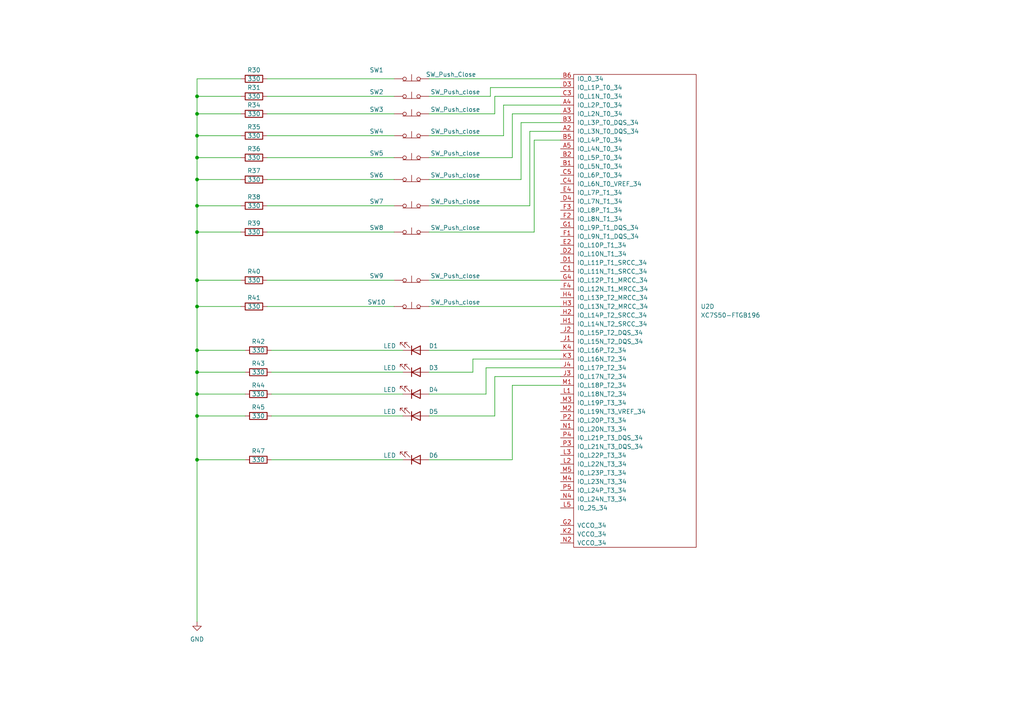
<source format=kicad_sch>
(kicad_sch (version 20230121) (generator eeschema)

  (uuid 7f104bb3-01f1-40fc-bb87-e1d5383d51c7)

  (paper "A4")

  (lib_symbols
    (symbol "Device:LED" (pin_numbers hide) (pin_names (offset 1.016) hide) (in_bom yes) (on_board yes)
      (property "Reference" "D" (at 0 2.54 0)
        (effects (font (size 1.27 1.27)))
      )
      (property "Value" "LED" (at 0 -2.54 0)
        (effects (font (size 1.27 1.27)))
      )
      (property "Footprint" "" (at 0 0 0)
        (effects (font (size 1.27 1.27)) hide)
      )
      (property "Datasheet" "~" (at 0 0 0)
        (effects (font (size 1.27 1.27)) hide)
      )
      (property "ki_keywords" "LED diode" (at 0 0 0)
        (effects (font (size 1.27 1.27)) hide)
      )
      (property "ki_description" "Light emitting diode" (at 0 0 0)
        (effects (font (size 1.27 1.27)) hide)
      )
      (property "ki_fp_filters" "LED* LED_SMD:* LED_THT:*" (at 0 0 0)
        (effects (font (size 1.27 1.27)) hide)
      )
      (symbol "LED_0_1"
        (polyline
          (pts
            (xy -1.27 -1.27)
            (xy -1.27 1.27)
          )
          (stroke (width 0.254) (type default))
          (fill (type none))
        )
        (polyline
          (pts
            (xy -1.27 0)
            (xy 1.27 0)
          )
          (stroke (width 0) (type default))
          (fill (type none))
        )
        (polyline
          (pts
            (xy 1.27 -1.27)
            (xy 1.27 1.27)
            (xy -1.27 0)
            (xy 1.27 -1.27)
          )
          (stroke (width 0.254) (type default))
          (fill (type none))
        )
        (polyline
          (pts
            (xy -3.048 -0.762)
            (xy -4.572 -2.286)
            (xy -3.81 -2.286)
            (xy -4.572 -2.286)
            (xy -4.572 -1.524)
          )
          (stroke (width 0) (type default))
          (fill (type none))
        )
        (polyline
          (pts
            (xy -1.778 -0.762)
            (xy -3.302 -2.286)
            (xy -2.54 -2.286)
            (xy -3.302 -2.286)
            (xy -3.302 -1.524)
          )
          (stroke (width 0) (type default))
          (fill (type none))
        )
      )
      (symbol "LED_1_1"
        (pin passive line (at -3.81 0 0) (length 2.54)
          (name "K" (effects (font (size 1.27 1.27))))
          (number "1" (effects (font (size 1.27 1.27))))
        )
        (pin passive line (at 3.81 0 180) (length 2.54)
          (name "A" (effects (font (size 1.27 1.27))))
          (number "2" (effects (font (size 1.27 1.27))))
        )
      )
    )
    (symbol "Device:R" (pin_numbers hide) (pin_names (offset 0)) (in_bom yes) (on_board yes)
      (property "Reference" "R" (at 2.032 0 90)
        (effects (font (size 1.27 1.27)))
      )
      (property "Value" "R" (at 0 0 90)
        (effects (font (size 1.27 1.27)))
      )
      (property "Footprint" "" (at -1.778 0 90)
        (effects (font (size 1.27 1.27)) hide)
      )
      (property "Datasheet" "~" (at 0 0 0)
        (effects (font (size 1.27 1.27)) hide)
      )
      (property "ki_keywords" "R res resistor" (at 0 0 0)
        (effects (font (size 1.27 1.27)) hide)
      )
      (property "ki_description" "Resistor" (at 0 0 0)
        (effects (font (size 1.27 1.27)) hide)
      )
      (property "ki_fp_filters" "R_*" (at 0 0 0)
        (effects (font (size 1.27 1.27)) hide)
      )
      (symbol "R_0_1"
        (rectangle (start -1.016 -2.54) (end 1.016 2.54)
          (stroke (width 0.254) (type default))
          (fill (type none))
        )
      )
      (symbol "R_1_1"
        (pin passive line (at 0 3.81 270) (length 1.27)
          (name "~" (effects (font (size 1.27 1.27))))
          (number "1" (effects (font (size 1.27 1.27))))
        )
        (pin passive line (at 0 -3.81 90) (length 1.27)
          (name "~" (effects (font (size 1.27 1.27))))
          (number "2" (effects (font (size 1.27 1.27))))
        )
      )
    )
    (symbol "FPGA_project_partsalarm:XC7S50-FTGB196" (pin_names (offset 1.016)) (in_bom yes) (on_board yes)
      (property "Reference" "U" (at -1.27 69.85 0)
        (effects (font (size 1.27 1.27)))
      )
      (property "Value" "XC7S50-FTGB196" (at 0 -69.85 0)
        (effects (font (size 1.27 1.27)))
      )
      (property "Footprint" "Package_BGA:Xilinx_FTGB196" (at -6.35 0 0)
        (effects (font (size 1.27 1.27)) hide)
      )
      (property "Datasheet" "" (at -6.35 0 0)
        (effects (font (size 1.27 1.27)) hide)
      )
      (property "ki_locked" "" (at 0 0 0)
        (effects (font (size 1.27 1.27)))
      )
      (symbol "XC7S50-FTGB196_1_1"
        (rectangle (start -7.62 31.75) (end 7.62 -31.75)
          (stroke (width 0) (type solid))
          (fill (type none))
        )
        (pin power_in line (at -11.43 30.48 0) (length 3.81)
          (name "GND" (effects (font (size 1.27 1.27))))
          (number "A1" (effects (font (size 1.27 1.27))))
        )
        (pin power_in line (at -11.43 22.86 0) (length 3.81)
          (name "GND" (effects (font (size 1.27 1.27))))
          (number "A11" (effects (font (size 1.27 1.27))))
        )
        (pin power_in line (at -11.43 20.32 0) (length 3.81)
          (name "GND" (effects (font (size 1.27 1.27))))
          (number "A14" (effects (font (size 1.27 1.27))))
        )
        (pin power_in line (at -11.43 27.94 0) (length 3.81)
          (name "GND" (effects (font (size 1.27 1.27))))
          (number "A6" (effects (font (size 1.27 1.27))))
        )
        (pin power_in line (at -11.43 25.4 0) (length 3.81)
          (name "GND" (effects (font (size 1.27 1.27))))
          (number "A9" (effects (font (size 1.27 1.27))))
        )
        (pin power_in line (at -11.43 17.78 0) (length 3.81)
          (name "GND" (effects (font (size 1.27 1.27))))
          (number "B4" (effects (font (size 1.27 1.27))))
        )
        (pin power_in line (at -11.43 15.24 0) (length 3.81)
          (name "GND" (effects (font (size 1.27 1.27))))
          (number "B7" (effects (font (size 1.27 1.27))))
        )
        (pin power_in line (at -11.43 12.7 0) (length 3.81)
          (name "GND" (effects (font (size 1.27 1.27))))
          (number "B9" (effects (font (size 1.27 1.27))))
        )
        (pin power_in line (at -11.43 -2.54 0) (length 3.81)
          (name "GND" (effects (font (size 1.27 1.27))))
          (number "C13" (effects (font (size 1.27 1.27))))
        )
        (pin power_in line (at -11.43 10.16 0) (length 3.81)
          (name "GND" (effects (font (size 1.27 1.27))))
          (number "C2" (effects (font (size 1.27 1.27))))
        )
        (pin power_in line (at -11.43 7.62 0) (length 3.81)
          (name "GND" (effects (font (size 1.27 1.27))))
          (number "C6" (effects (font (size 1.27 1.27))))
        )
        (pin power_in line (at -11.43 5.08 0) (length 3.81)
          (name "GND" (effects (font (size 1.27 1.27))))
          (number "C7" (effects (font (size 1.27 1.27))))
        )
        (pin power_in line (at -11.43 2.54 0) (length 3.81)
          (name "GND" (effects (font (size 1.27 1.27))))
          (number "C8" (effects (font (size 1.27 1.27))))
        )
        (pin power_in line (at -11.43 0 0) (length 3.81)
          (name "GND" (effects (font (size 1.27 1.27))))
          (number "C9" (effects (font (size 1.27 1.27))))
        )
        (pin power_in line (at -11.43 -12.7 0) (length 3.81)
          (name "GND" (effects (font (size 1.27 1.27))))
          (number "D11" (effects (font (size 1.27 1.27))))
        )
        (pin power_in line (at -11.43 -5.08 0) (length 3.81)
          (name "GND" (effects (font (size 1.27 1.27))))
          (number "D5" (effects (font (size 1.27 1.27))))
        )
        (pin power_in line (at -11.43 -7.62 0) (length 3.81)
          (name "GND" (effects (font (size 1.27 1.27))))
          (number "D7" (effects (font (size 1.27 1.27))))
        )
        (pin power_in line (at -11.43 -10.16 0) (length 3.81)
          (name "GND" (effects (font (size 1.27 1.27))))
          (number "D9" (effects (font (size 1.27 1.27))))
        )
        (pin power_in line (at -11.43 -15.24 0) (length 3.81)
          (name "GND" (effects (font (size 1.27 1.27))))
          (number "E1" (effects (font (size 1.27 1.27))))
        )
        (pin power_in line (at -11.43 -25.4 0) (length 3.81)
          (name "GND" (effects (font (size 1.27 1.27))))
          (number "E10" (effects (font (size 1.27 1.27))))
        )
        (pin power_in line (at -11.43 -27.94 0) (length 3.81)
          (name "GND" (effects (font (size 1.27 1.27))))
          (number "E14" (effects (font (size 1.27 1.27))))
        )
        (pin power_in line (at -11.43 -17.78 0) (length 3.81)
          (name "GND" (effects (font (size 1.27 1.27))))
          (number "E3" (effects (font (size 1.27 1.27))))
        )
        (pin power_in line (at -11.43 -20.32 0) (length 3.81)
          (name "GND" (effects (font (size 1.27 1.27))))
          (number "E6" (effects (font (size 1.27 1.27))))
        )
        (pin power_in line (at -11.43 -22.86 0) (length 3.81)
          (name "GND" (effects (font (size 1.27 1.27))))
          (number "E8" (effects (font (size 1.27 1.27))))
        )
        (pin power_in line (at 11.43 20.32 180) (length 3.81)
          (name "GND" (effects (font (size 1.27 1.27))))
          (number "F5" (effects (font (size 1.27 1.27))))
        )
        (pin power_in line (at 11.43 22.86 180) (length 3.81)
          (name "GND" (effects (font (size 1.27 1.27))))
          (number "F9" (effects (font (size 1.27 1.27))))
        )
        (pin power_in line (at 11.43 30.48 180) (length 3.81)
          (name "GND" (effects (font (size 1.27 1.27))))
          (number "G10" (effects (font (size 1.27 1.27))))
        )
        (pin power_in line (at -11.43 -30.48 0) (length 3.81)
          (name "GND" (effects (font (size 1.27 1.27))))
          (number "G12" (effects (font (size 1.27 1.27))))
        )
        (pin power_in line (at 11.43 25.4 180) (length 3.81)
          (name "GND" (effects (font (size 1.27 1.27))))
          (number "G3" (effects (font (size 1.27 1.27))))
        )
        (pin power_in line (at 11.43 27.94 180) (length 3.81)
          (name "GND" (effects (font (size 1.27 1.27))))
          (number "G6" (effects (font (size 1.27 1.27))))
        )
        (pin power_in line (at 11.43 0 180) (length 3.81)
          (name "GND" (effects (font (size 1.27 1.27))))
          (number "H5" (effects (font (size 1.27 1.27))))
        )
        (pin power_in line (at 11.43 2.54 180) (length 3.81)
          (name "GND" (effects (font (size 1.27 1.27))))
          (number "H9" (effects (font (size 1.27 1.27))))
        )
        (pin power_in line (at 11.43 7.62 180) (length 3.81)
          (name "GND" (effects (font (size 1.27 1.27))))
          (number "J10" (effects (font (size 1.27 1.27))))
        )
        (pin power_in line (at 11.43 5.08 180) (length 3.81)
          (name "GND" (effects (font (size 1.27 1.27))))
          (number "J6" (effects (font (size 1.27 1.27))))
        )
        (pin power_in line (at 11.43 10.16 180) (length 3.81)
          (name "GND" (effects (font (size 1.27 1.27))))
          (number "K1" (effects (font (size 1.27 1.27))))
        )
        (pin power_in line (at 11.43 -2.54 180) (length 3.81)
          (name "GND" (effects (font (size 1.27 1.27))))
          (number "K14" (effects (font (size 1.27 1.27))))
        )
        (pin power_in line (at 11.43 12.7 180) (length 3.81)
          (name "GND" (effects (font (size 1.27 1.27))))
          (number "K5" (effects (font (size 1.27 1.27))))
        )
        (pin power_in line (at 11.43 15.24 180) (length 3.81)
          (name "GND" (effects (font (size 1.27 1.27))))
          (number "K7" (effects (font (size 1.27 1.27))))
        )
        (pin power_in line (at 11.43 17.78 180) (length 3.81)
          (name "GND" (effects (font (size 1.27 1.27))))
          (number "K9" (effects (font (size 1.27 1.27))))
        )
        (pin power_in line (at 11.43 -12.7 180) (length 3.81)
          (name "GND" (effects (font (size 1.27 1.27))))
          (number "L10" (effects (font (size 1.27 1.27))))
        )
        (pin power_in line (at 11.43 -15.24 180) (length 3.81)
          (name "GND" (effects (font (size 1.27 1.27))))
          (number "L11" (effects (font (size 1.27 1.27))))
        )
        (pin power_in line (at 11.43 -5.08 180) (length 3.81)
          (name "GND" (effects (font (size 1.27 1.27))))
          (number "L4" (effects (font (size 1.27 1.27))))
        )
        (pin power_in line (at 11.43 -7.62 180) (length 3.81)
          (name "GND" (effects (font (size 1.27 1.27))))
          (number "L6" (effects (font (size 1.27 1.27))))
        )
        (pin power_in line (at 11.43 -10.16 180) (length 3.81)
          (name "GND" (effects (font (size 1.27 1.27))))
          (number "L8" (effects (font (size 1.27 1.27))))
        )
        (pin power_in line (at 11.43 -25.4 180) (length 3.81)
          (name "GND" (effects (font (size 1.27 1.27))))
          (number "N12" (effects (font (size 1.27 1.27))))
        )
        (pin power_in line (at 11.43 -17.78 180) (length 3.81)
          (name "GND" (effects (font (size 1.27 1.27))))
          (number "N3" (effects (font (size 1.27 1.27))))
        )
        (pin power_in line (at 11.43 -20.32 180) (length 3.81)
          (name "GND" (effects (font (size 1.27 1.27))))
          (number "N5" (effects (font (size 1.27 1.27))))
        )
        (pin power_in line (at 11.43 -22.86 180) (length 3.81)
          (name "GND" (effects (font (size 1.27 1.27))))
          (number "N9" (effects (font (size 1.27 1.27))))
        )
        (pin power_in line (at 11.43 -27.94 180) (length 3.81)
          (name "GND" (effects (font (size 1.27 1.27))))
          (number "P1" (effects (font (size 1.27 1.27))))
        )
        (pin power_in line (at 11.43 -30.48 180) (length 3.81)
          (name "GND" (effects (font (size 1.27 1.27))))
          (number "P14" (effects (font (size 1.27 1.27))))
        )
      )
      (symbol "XC7S50-FTGB196_2_1"
        (rectangle (start 10.16 12.7) (end -11.43 -12.7)
          (stroke (width 0) (type solid))
          (fill (type none))
        )
        (pin power_in line (at 13.97 11.43 180) (length 3.81)
          (name "VCCINT" (effects (font (size 1.27 1.27))))
          (number "D6" (effects (font (size 1.27 1.27))))
        )
        (pin power_in line (at 13.97 8.89 180) (length 3.81)
          (name "VCCINT" (effects (font (size 1.27 1.27))))
          (number "D8" (effects (font (size 1.27 1.27))))
        )
        (pin power_in line (at -15.24 -6.35 0) (length 3.81)
          (name "VCCBRAM" (effects (font (size 1.27 1.27))))
          (number "E5" (effects (font (size 1.27 1.27))))
        )
        (pin power_in line (at 13.97 6.35 180) (length 3.81)
          (name "VCCINT" (effects (font (size 1.27 1.27))))
          (number "E7" (effects (font (size 1.27 1.27))))
        )
        (pin power_in line (at 13.97 3.81 180) (length 3.81)
          (name "VCCINT" (effects (font (size 1.27 1.27))))
          (number "E9" (effects (font (size 1.27 1.27))))
        )
        (pin power_in line (at -15.24 11.43 0) (length 3.81)
          (name "VCCAUX" (effects (font (size 1.27 1.27))))
          (number "F10" (effects (font (size 1.27 1.27))))
        )
        (pin power_in line (at 13.97 1.27 180) (length 3.81)
          (name "VCCINT" (effects (font (size 1.27 1.27))))
          (number "F6" (effects (font (size 1.27 1.27))))
        )
        (pin power_in line (at -15.24 -8.89 0) (length 3.81)
          (name "VCCBRAM" (effects (font (size 1.27 1.27))))
          (number "G5" (effects (font (size 1.27 1.27))))
        )
        (pin power_in line (at 13.97 -1.27 180) (length 3.81)
          (name "VCCINT" (effects (font (size 1.27 1.27))))
          (number "G9" (effects (font (size 1.27 1.27))))
        )
        (pin power_in line (at -15.24 8.89 0) (length 3.81)
          (name "VCCAUX" (effects (font (size 1.27 1.27))))
          (number "H10" (effects (font (size 1.27 1.27))))
        )
        (pin power_in line (at 13.97 -3.81 180) (length 3.81)
          (name "VCCINT" (effects (font (size 1.27 1.27))))
          (number "H6" (effects (font (size 1.27 1.27))))
        )
        (pin power_in line (at -15.24 -11.43 0) (length 3.81)
          (name "VCCBRAM" (effects (font (size 1.27 1.27))))
          (number "J5" (effects (font (size 1.27 1.27))))
        )
        (pin power_in line (at 13.97 -6.35 180) (length 3.81)
          (name "VCCINT" (effects (font (size 1.27 1.27))))
          (number "J9" (effects (font (size 1.27 1.27))))
        )
        (pin power_in line (at -15.24 6.35 0) (length 3.81)
          (name "VCCAUX" (effects (font (size 1.27 1.27))))
          (number "K10" (effects (font (size 1.27 1.27))))
        )
        (pin power_in line (at 13.97 -8.89 180) (length 3.81)
          (name "VCCINT" (effects (font (size 1.27 1.27))))
          (number "K6" (effects (font (size 1.27 1.27))))
        )
        (pin power_in line (at 13.97 -11.43 180) (length 3.81)
          (name "VCCINT" (effects (font (size 1.27 1.27))))
          (number "K8" (effects (font (size 1.27 1.27))))
        )
        (pin power_in line (at -15.24 3.81 0) (length 3.81)
          (name "VCCAUX" (effects (font (size 1.27 1.27))))
          (number "L9" (effects (font (size 1.27 1.27))))
        )
      )
      (symbol "XC7S50-FTGB196_3_1"
        (rectangle (start -17.78 68.58) (end 17.78 -68.58)
          (stroke (width 0) (type solid))
          (fill (type none))
        )
        (pin bidirectional line (at -21.59 52.07 0) (length 3.81)
          (name "IO_L3N_T0_DQS_EMCCLK_14" (effects (font (size 1.27 1.27))))
          (number "A10" (effects (font (size 1.27 1.27))))
        )
        (pin bidirectional line (at -21.59 49.53 0) (length 3.81)
          (name "IO_L4P_T0_D04_14" (effects (font (size 1.27 1.27))))
          (number "A12" (effects (font (size 1.27 1.27))))
        )
        (pin bidirectional line (at -21.59 46.99 0) (length 3.81)
          (name "IO_L4N_T0_D05_14" (effects (font (size 1.27 1.27))))
          (number "A13" (effects (font (size 1.27 1.27))))
        )
        (pin bidirectional line (at -21.59 54.61 0) (length 3.81)
          (name "IO_L3P_T0_DQS_PUDC_B_14" (effects (font (size 1.27 1.27))))
          (number "B10" (effects (font (size 1.27 1.27))))
        )
        (pin bidirectional line (at -21.59 64.77 0) (length 3.81)
          (name "IO_L1P_T0_D00_MOSI_14" (effects (font (size 1.27 1.27))))
          (number "B11" (effects (font (size 1.27 1.27))))
        )
        (pin bidirectional line (at -21.59 62.23 0) (length 3.81)
          (name "IO_L1N_T0_D01_DIN_14" (effects (font (size 1.27 1.27))))
          (number "B12" (effects (font (size 1.27 1.27))))
        )
        (pin bidirectional line (at -21.59 44.45 0) (length 3.81)
          (name "IO_L5P_T0_D06_14" (effects (font (size 1.27 1.27))))
          (number "B13" (effects (font (size 1.27 1.27))))
        )
        (pin bidirectional line (at -21.59 41.91 0) (length 3.81)
          (name "IO_L5N_T0_D07_14" (effects (font (size 1.27 1.27))))
          (number "B14" (effects (font (size 1.27 1.27))))
        )
        (pin bidirectional line (at -21.59 57.15 0) (length 3.81)
          (name "IO_L2N_T0_D03_14" (effects (font (size 1.27 1.27))))
          (number "C10" (effects (font (size 1.27 1.27))))
        )
        (pin bidirectional line (at -21.59 39.37 0) (length 3.81)
          (name "IO_L6P_T0_FCS_B_14" (effects (font (size 1.27 1.27))))
          (number "C11" (effects (font (size 1.27 1.27))))
        )
        (pin bidirectional line (at -21.59 36.83 0) (length 3.81)
          (name "IO_L6N_T0_D08_VREF_14" (effects (font (size 1.27 1.27))))
          (number "C12" (effects (font (size 1.27 1.27))))
        )
        (pin bidirectional line (at -21.59 11.43 0) (length 3.81)
          (name "IO_L11N_T1_SRCC_14" (effects (font (size 1.27 1.27))))
          (number "C14" (effects (font (size 1.27 1.27))))
        )
        (pin bidirectional line (at -21.59 59.69 0) (length 3.81)
          (name "IO_L2P_T0_D02_14" (effects (font (size 1.27 1.27))))
          (number "D10" (effects (font (size 1.27 1.27))))
        )
        (pin bidirectional line (at -21.59 29.21 0) (length 3.81)
          (name "IO_L8P_T1_D11_14" (effects (font (size 1.27 1.27))))
          (number "D12" (effects (font (size 1.27 1.27))))
        )
        (pin bidirectional line (at -21.59 26.67 0) (length 3.81)
          (name "IO_L8N_T1_D12_14" (effects (font (size 1.27 1.27))))
          (number "D13" (effects (font (size 1.27 1.27))))
        )
        (pin bidirectional line (at -21.59 13.97 0) (length 3.81)
          (name "IO_L11P_T1_SRCC_14" (effects (font (size 1.27 1.27))))
          (number "D14" (effects (font (size 1.27 1.27))))
        )
        (pin bidirectional line (at -21.59 67.31 0) (length 3.81)
          (name "IO_0_14" (effects (font (size 1.27 1.27))))
          (number "E11" (effects (font (size 1.27 1.27))))
        )
        (pin bidirectional line (at -21.59 31.75 0) (length 3.81)
          (name "IO_L7N_T1_D10_14" (effects (font (size 1.27 1.27))))
          (number "E12" (effects (font (size 1.27 1.27))))
        )
        (pin bidirectional line (at -21.59 16.51 0) (length 3.81)
          (name "IO_L10N_T1_D15_14" (effects (font (size 1.27 1.27))))
          (number "E13" (effects (font (size 1.27 1.27))))
        )
        (pin bidirectional line (at -21.59 6.35 0) (length 3.81)
          (name "IO_L12N_T1_MRCC_14" (effects (font (size 1.27 1.27))))
          (number "F11" (effects (font (size 1.27 1.27))))
        )
        (pin bidirectional line (at -21.59 34.29 0) (length 3.81)
          (name "IO_L7P_T1_D09_14" (effects (font (size 1.27 1.27))))
          (number "F12" (effects (font (size 1.27 1.27))))
        )
        (pin bidirectional line (at -21.59 19.05 0) (length 3.81)
          (name "IO_L10P_T1_D14_14" (effects (font (size 1.27 1.27))))
          (number "F13" (effects (font (size 1.27 1.27))))
        )
        (pin bidirectional line (at -21.59 21.59 0) (length 3.81)
          (name "IO_L9N_T1_DQS_D13_14" (effects (font (size 1.27 1.27))))
          (number "F14" (effects (font (size 1.27 1.27))))
        )
        (pin bidirectional line (at -21.59 8.89 0) (length 3.81)
          (name "IO_L12P_T1_MRCC_14" (effects (font (size 1.27 1.27))))
          (number "G11" (effects (font (size 1.27 1.27))))
        )
        (pin power_in line (at -21.59 -62.23 0) (length 3.81)
          (name "VCCO_14" (effects (font (size 1.27 1.27))))
          (number "G13" (effects (font (size 1.27 1.27))))
        )
        (pin bidirectional line (at -21.59 24.13 0) (length 3.81)
          (name "IO_L9P_T1_DQS_14" (effects (font (size 1.27 1.27))))
          (number "G14" (effects (font (size 1.27 1.27))))
        )
        (pin bidirectional line (at -21.59 3.81 0) (length 3.81)
          (name "IO_L13P_T2_MRCC_14" (effects (font (size 1.27 1.27))))
          (number "H11" (effects (font (size 1.27 1.27))))
        )
        (pin bidirectional line (at -21.59 1.27 0) (length 3.81)
          (name "IO_L13N_T2_MRCC_14" (effects (font (size 1.27 1.27))))
          (number "H12" (effects (font (size 1.27 1.27))))
        )
        (pin bidirectional line (at -21.59 -1.27 0) (length 3.81)
          (name "IO_L14P_T2_SRCC_14" (effects (font (size 1.27 1.27))))
          (number "H13" (effects (font (size 1.27 1.27))))
        )
        (pin bidirectional line (at -21.59 -3.81 0) (length 3.81)
          (name "IO_L14N_T2_SRCC_14" (effects (font (size 1.27 1.27))))
          (number "H14" (effects (font (size 1.27 1.27))))
        )
        (pin bidirectional line (at -21.59 -16.51 0) (length 3.81)
          (name "IO_L17P_T2_D30_14" (effects (font (size 1.27 1.27))))
          (number "J11" (effects (font (size 1.27 1.27))))
        )
        (pin bidirectional line (at -21.59 -19.05 0) (length 3.81)
          (name "IO_L17N_T2_D29_14" (effects (font (size 1.27 1.27))))
          (number "J12" (effects (font (size 1.27 1.27))))
        )
        (pin bidirectional line (at -21.59 -21.59 0) (length 3.81)
          (name "IO_L18P_T2_D28_14" (effects (font (size 1.27 1.27))))
          (number "J13" (effects (font (size 1.27 1.27))))
        )
        (pin bidirectional line (at -21.59 -24.13 0) (length 3.81)
          (name "IO_L18N_T2_D27_14" (effects (font (size 1.27 1.27))))
          (number "J14" (effects (font (size 1.27 1.27))))
        )
        (pin bidirectional line (at -21.59 -26.67 0) (length 3.81)
          (name "IO_L19P_T3_D26_14" (effects (font (size 1.27 1.27))))
          (number "K11" (effects (font (size 1.27 1.27))))
        )
        (pin bidirectional line (at -21.59 -29.21 0) (length 3.81)
          (name "IO_L19N_T3_D25_VREF_14" (effects (font (size 1.27 1.27))))
          (number "K12" (effects (font (size 1.27 1.27))))
        )
        (pin power_in line (at -21.59 -64.77 0) (length 3.81)
          (name "VCCO_14" (effects (font (size 1.27 1.27))))
          (number "K13" (effects (font (size 1.27 1.27))))
        )
        (pin bidirectional line (at -21.59 -11.43 0) (length 3.81)
          (name "IO_L16P_T2_CSI_B_14" (effects (font (size 1.27 1.27))))
          (number "L12" (effects (font (size 1.27 1.27))))
        )
        (pin bidirectional line (at -21.59 -13.97 0) (length 3.81)
          (name "IO_L16N_T2_D31_14" (effects (font (size 1.27 1.27))))
          (number "L13" (effects (font (size 1.27 1.27))))
        )
        (pin bidirectional line (at -21.59 -8.89 0) (length 3.81)
          (name "IO_L15N_T2_DQS_DOUT_CSO_B_14" (effects (font (size 1.27 1.27))))
          (number "L14" (effects (font (size 1.27 1.27))))
        )
        (pin bidirectional line (at -21.59 -57.15 0) (length 3.81)
          (name "IO_25_14" (effects (font (size 1.27 1.27))))
          (number "M10" (effects (font (size 1.27 1.27))))
        )
        (pin bidirectional line (at -21.59 -31.75 0) (length 3.81)
          (name "IO_L20P_T3_D24_14" (effects (font (size 1.27 1.27))))
          (number "M11" (effects (font (size 1.27 1.27))))
        )
        (pin bidirectional line (at -21.59 -34.29 0) (length 3.81)
          (name "IO_L20N_T3_D23_14" (effects (font (size 1.27 1.27))))
          (number "M12" (effects (font (size 1.27 1.27))))
        )
        (pin bidirectional line (at -21.59 -6.35 0) (length 3.81)
          (name "IO_L15P_T2_DQS_RDWR_B_14" (effects (font (size 1.27 1.27))))
          (number "M13" (effects (font (size 1.27 1.27))))
        )
        (pin bidirectional line (at -21.59 -39.37 0) (length 3.81)
          (name "IO_L21N_T3_DQS_D22_14" (effects (font (size 1.27 1.27))))
          (number "M14" (effects (font (size 1.27 1.27))))
        )
        (pin bidirectional line (at -21.59 -46.99 0) (length 3.81)
          (name "IO_L23P_T3_D19_14" (effects (font (size 1.27 1.27))))
          (number "N10" (effects (font (size 1.27 1.27))))
        )
        (pin bidirectional line (at -21.59 -49.53 0) (length 3.81)
          (name "IO_L23N_T3_D18_14" (effects (font (size 1.27 1.27))))
          (number "N11" (effects (font (size 1.27 1.27))))
        )
        (pin power_in line (at -21.59 -67.31 0) (length 3.81)
          (name "VCCO_14" (effects (font (size 1.27 1.27))))
          (number "N13" (effects (font (size 1.27 1.27))))
        )
        (pin bidirectional line (at -21.59 -36.83 0) (length 3.81)
          (name "IO_L21P_T3_DQS_14" (effects (font (size 1.27 1.27))))
          (number "N14" (effects (font (size 1.27 1.27))))
        )
        (pin bidirectional line (at -21.59 -52.07 0) (length 3.81)
          (name "IO_L24P_T3_D17_14" (effects (font (size 1.27 1.27))))
          (number "P10" (effects (font (size 1.27 1.27))))
        )
        (pin bidirectional line (at -21.59 -54.61 0) (length 3.81)
          (name "IO_L24N_T3_D16_14" (effects (font (size 1.27 1.27))))
          (number "P11" (effects (font (size 1.27 1.27))))
        )
        (pin bidirectional line (at -21.59 -41.91 0) (length 3.81)
          (name "IO_L22P_T3_D21_14" (effects (font (size 1.27 1.27))))
          (number "P12" (effects (font (size 1.27 1.27))))
        )
        (pin bidirectional line (at -21.59 -44.45 0) (length 3.81)
          (name "IO_L22N_T3_D20_14" (effects (font (size 1.27 1.27))))
          (number "P13" (effects (font (size 1.27 1.27))))
        )
      )
      (symbol "XC7S50-FTGB196_4_1"
        (rectangle (start -17.78 68.58) (end 17.78 -68.58)
          (stroke (width 0) (type solid))
          (fill (type none))
        )
        (pin bidirectional line (at -21.59 52.07 0) (length 3.81)
          (name "IO_L3N_T0_DQS_34" (effects (font (size 1.27 1.27))))
          (number "A2" (effects (font (size 1.27 1.27))))
        )
        (pin bidirectional line (at -21.59 57.15 0) (length 3.81)
          (name "IO_L2N_T0_34" (effects (font (size 1.27 1.27))))
          (number "A3" (effects (font (size 1.27 1.27))))
        )
        (pin bidirectional line (at -21.59 59.69 0) (length 3.81)
          (name "IO_L2P_T0_34" (effects (font (size 1.27 1.27))))
          (number "A4" (effects (font (size 1.27 1.27))))
        )
        (pin bidirectional line (at -21.59 46.99 0) (length 3.81)
          (name "IO_L4N_T0_34" (effects (font (size 1.27 1.27))))
          (number "A5" (effects (font (size 1.27 1.27))))
        )
        (pin bidirectional line (at -21.59 41.91 0) (length 3.81)
          (name "IO_L5N_T0_34" (effects (font (size 1.27 1.27))))
          (number "B1" (effects (font (size 1.27 1.27))))
        )
        (pin bidirectional line (at -21.59 44.45 0) (length 3.81)
          (name "IO_L5P_T0_34" (effects (font (size 1.27 1.27))))
          (number "B2" (effects (font (size 1.27 1.27))))
        )
        (pin bidirectional line (at -21.59 54.61 0) (length 3.81)
          (name "IO_L3P_T0_DQS_34" (effects (font (size 1.27 1.27))))
          (number "B3" (effects (font (size 1.27 1.27))))
        )
        (pin bidirectional line (at -21.59 49.53 0) (length 3.81)
          (name "IO_L4P_T0_34" (effects (font (size 1.27 1.27))))
          (number "B5" (effects (font (size 1.27 1.27))))
        )
        (pin bidirectional line (at -21.59 67.31 0) (length 3.81)
          (name "IO_0_34" (effects (font (size 1.27 1.27))))
          (number "B6" (effects (font (size 1.27 1.27))))
        )
        (pin bidirectional line (at -21.59 11.43 0) (length 3.81)
          (name "IO_L11N_T1_SRCC_34" (effects (font (size 1.27 1.27))))
          (number "C1" (effects (font (size 1.27 1.27))))
        )
        (pin bidirectional line (at -21.59 62.23 0) (length 3.81)
          (name "IO_L1N_T0_34" (effects (font (size 1.27 1.27))))
          (number "C3" (effects (font (size 1.27 1.27))))
        )
        (pin bidirectional line (at -21.59 36.83 0) (length 3.81)
          (name "IO_L6N_T0_VREF_34" (effects (font (size 1.27 1.27))))
          (number "C4" (effects (font (size 1.27 1.27))))
        )
        (pin bidirectional line (at -21.59 39.37 0) (length 3.81)
          (name "IO_L6P_T0_34" (effects (font (size 1.27 1.27))))
          (number "C5" (effects (font (size 1.27 1.27))))
        )
        (pin bidirectional line (at -21.59 13.97 0) (length 3.81)
          (name "IO_L11P_T1_SRCC_34" (effects (font (size 1.27 1.27))))
          (number "D1" (effects (font (size 1.27 1.27))))
        )
        (pin bidirectional line (at -21.59 16.51 0) (length 3.81)
          (name "IO_L10N_T1_34" (effects (font (size 1.27 1.27))))
          (number "D2" (effects (font (size 1.27 1.27))))
        )
        (pin bidirectional line (at -21.59 64.77 0) (length 3.81)
          (name "IO_L1P_T0_34" (effects (font (size 1.27 1.27))))
          (number "D3" (effects (font (size 1.27 1.27))))
        )
        (pin bidirectional line (at -21.59 31.75 0) (length 3.81)
          (name "IO_L7N_T1_34" (effects (font (size 1.27 1.27))))
          (number "D4" (effects (font (size 1.27 1.27))))
        )
        (pin bidirectional line (at -21.59 19.05 0) (length 3.81)
          (name "IO_L10P_T1_34" (effects (font (size 1.27 1.27))))
          (number "E2" (effects (font (size 1.27 1.27))))
        )
        (pin bidirectional line (at -21.59 34.29 0) (length 3.81)
          (name "IO_L7P_T1_34" (effects (font (size 1.27 1.27))))
          (number "E4" (effects (font (size 1.27 1.27))))
        )
        (pin bidirectional line (at -21.59 21.59 0) (length 3.81)
          (name "IO_L9N_T1_DQS_34" (effects (font (size 1.27 1.27))))
          (number "F1" (effects (font (size 1.27 1.27))))
        )
        (pin bidirectional line (at -21.59 26.67 0) (length 3.81)
          (name "IO_L8N_T1_34" (effects (font (size 1.27 1.27))))
          (number "F2" (effects (font (size 1.27 1.27))))
        )
        (pin bidirectional line (at -21.59 29.21 0) (length 3.81)
          (name "IO_L8P_T1_34" (effects (font (size 1.27 1.27))))
          (number "F3" (effects (font (size 1.27 1.27))))
        )
        (pin bidirectional line (at -21.59 6.35 0) (length 3.81)
          (name "IO_L12N_T1_MRCC_34" (effects (font (size 1.27 1.27))))
          (number "F4" (effects (font (size 1.27 1.27))))
        )
        (pin bidirectional line (at -21.59 24.13 0) (length 3.81)
          (name "IO_L9P_T1_DQS_34" (effects (font (size 1.27 1.27))))
          (number "G1" (effects (font (size 1.27 1.27))))
        )
        (pin power_in line (at -21.59 -62.23 0) (length 3.81)
          (name "VCCO_34" (effects (font (size 1.27 1.27))))
          (number "G2" (effects (font (size 1.27 1.27))))
        )
        (pin bidirectional line (at -21.59 8.89 0) (length 3.81)
          (name "IO_L12P_T1_MRCC_34" (effects (font (size 1.27 1.27))))
          (number "G4" (effects (font (size 1.27 1.27))))
        )
        (pin bidirectional line (at -21.59 -3.81 0) (length 3.81)
          (name "IO_L14N_T2_SRCC_34" (effects (font (size 1.27 1.27))))
          (number "H1" (effects (font (size 1.27 1.27))))
        )
        (pin bidirectional line (at -21.59 -1.27 0) (length 3.81)
          (name "IO_L14P_T2_SRCC_34" (effects (font (size 1.27 1.27))))
          (number "H2" (effects (font (size 1.27 1.27))))
        )
        (pin bidirectional line (at -21.59 1.27 0) (length 3.81)
          (name "IO_L13N_T2_MRCC_34" (effects (font (size 1.27 1.27))))
          (number "H3" (effects (font (size 1.27 1.27))))
        )
        (pin bidirectional line (at -21.59 3.81 0) (length 3.81)
          (name "IO_L13P_T2_MRCC_34" (effects (font (size 1.27 1.27))))
          (number "H4" (effects (font (size 1.27 1.27))))
        )
        (pin bidirectional line (at -21.59 -8.89 0) (length 3.81)
          (name "IO_L15N_T2_DQS_34" (effects (font (size 1.27 1.27))))
          (number "J1" (effects (font (size 1.27 1.27))))
        )
        (pin bidirectional line (at -21.59 -6.35 0) (length 3.81)
          (name "IO_L15P_T2_DQS_34" (effects (font (size 1.27 1.27))))
          (number "J2" (effects (font (size 1.27 1.27))))
        )
        (pin bidirectional line (at -21.59 -19.05 0) (length 3.81)
          (name "IO_L17N_T2_34" (effects (font (size 1.27 1.27))))
          (number "J3" (effects (font (size 1.27 1.27))))
        )
        (pin bidirectional line (at -21.59 -16.51 0) (length 3.81)
          (name "IO_L17P_T2_34" (effects (font (size 1.27 1.27))))
          (number "J4" (effects (font (size 1.27 1.27))))
        )
        (pin power_in line (at -21.59 -64.77 0) (length 3.81)
          (name "VCCO_34" (effects (font (size 1.27 1.27))))
          (number "K2" (effects (font (size 1.27 1.27))))
        )
        (pin bidirectional line (at -21.59 -13.97 0) (length 3.81)
          (name "IO_L16N_T2_34" (effects (font (size 1.27 1.27))))
          (number "K3" (effects (font (size 1.27 1.27))))
        )
        (pin bidirectional line (at -21.59 -11.43 0) (length 3.81)
          (name "IO_L16P_T2_34" (effects (font (size 1.27 1.27))))
          (number "K4" (effects (font (size 1.27 1.27))))
        )
        (pin bidirectional line (at -21.59 -24.13 0) (length 3.81)
          (name "IO_L18N_T2_34" (effects (font (size 1.27 1.27))))
          (number "L1" (effects (font (size 1.27 1.27))))
        )
        (pin bidirectional line (at -21.59 -44.45 0) (length 3.81)
          (name "IO_L22N_T3_34" (effects (font (size 1.27 1.27))))
          (number "L2" (effects (font (size 1.27 1.27))))
        )
        (pin bidirectional line (at -21.59 -41.91 0) (length 3.81)
          (name "IO_L22P_T3_34" (effects (font (size 1.27 1.27))))
          (number "L3" (effects (font (size 1.27 1.27))))
        )
        (pin bidirectional line (at -21.59 -57.15 0) (length 3.81)
          (name "IO_25_34" (effects (font (size 1.27 1.27))))
          (number "L5" (effects (font (size 1.27 1.27))))
        )
        (pin bidirectional line (at -21.59 -21.59 0) (length 3.81)
          (name "IO_L18P_T2_34" (effects (font (size 1.27 1.27))))
          (number "M1" (effects (font (size 1.27 1.27))))
        )
        (pin bidirectional line (at -21.59 -29.21 0) (length 3.81)
          (name "IO_L19N_T3_VREF_34" (effects (font (size 1.27 1.27))))
          (number "M2" (effects (font (size 1.27 1.27))))
        )
        (pin bidirectional line (at -21.59 -26.67 0) (length 3.81)
          (name "IO_L19P_T3_34" (effects (font (size 1.27 1.27))))
          (number "M3" (effects (font (size 1.27 1.27))))
        )
        (pin bidirectional line (at -21.59 -49.53 0) (length 3.81)
          (name "IO_L23N_T3_34" (effects (font (size 1.27 1.27))))
          (number "M4" (effects (font (size 1.27 1.27))))
        )
        (pin bidirectional line (at -21.59 -46.99 0) (length 3.81)
          (name "IO_L23P_T3_34" (effects (font (size 1.27 1.27))))
          (number "M5" (effects (font (size 1.27 1.27))))
        )
        (pin bidirectional line (at -21.59 -34.29 0) (length 3.81)
          (name "IO_L20N_T3_34" (effects (font (size 1.27 1.27))))
          (number "N1" (effects (font (size 1.27 1.27))))
        )
        (pin power_in line (at -21.59 -67.31 0) (length 3.81)
          (name "VCCO_34" (effects (font (size 1.27 1.27))))
          (number "N2" (effects (font (size 1.27 1.27))))
        )
        (pin bidirectional line (at -21.59 -54.61 0) (length 3.81)
          (name "IO_L24N_T3_34" (effects (font (size 1.27 1.27))))
          (number "N4" (effects (font (size 1.27 1.27))))
        )
        (pin bidirectional line (at -21.59 -31.75 0) (length 3.81)
          (name "IO_L20P_T3_34" (effects (font (size 1.27 1.27))))
          (number "P2" (effects (font (size 1.27 1.27))))
        )
        (pin bidirectional line (at -21.59 -39.37 0) (length 3.81)
          (name "IO_L21N_T3_DQS_34" (effects (font (size 1.27 1.27))))
          (number "P3" (effects (font (size 1.27 1.27))))
        )
        (pin bidirectional line (at -21.59 -36.83 0) (length 3.81)
          (name "IO_L21P_T3_DQS_34" (effects (font (size 1.27 1.27))))
          (number "P4" (effects (font (size 1.27 1.27))))
        )
        (pin bidirectional line (at -21.59 -52.07 0) (length 3.81)
          (name "IO_L24P_T3_34" (effects (font (size 1.27 1.27))))
          (number "P5" (effects (font (size 1.27 1.27))))
        )
      )
      (symbol "XC7S50-FTGB196_5_1"
        (rectangle (start -7.62 41.91) (end 7.62 -41.91)
          (stroke (width 0) (type solid))
          (fill (type none))
        )
        (pin input clock (at -11.43 25.4 0) (length 3.81)
          (name "TCK_0" (effects (font (size 1.27 1.27))))
          (number "A7" (effects (font (size 1.27 1.27))))
        )
        (pin output clock (at -11.43 -17.78 0) (length 3.81)
          (name "CCLK_0" (effects (font (size 1.27 1.27))))
          (number "A8" (effects (font (size 1.27 1.27))))
        )
        (pin power_in line (at -11.43 33.02 0) (length 3.81)
          (name "VCCBATT_0" (effects (font (size 1.27 1.27))))
          (number "B8" (effects (font (size 1.27 1.27))))
        )
        (pin power_in line (at -11.43 38.1 0) (length 3.81)
          (name "GNDADC_0" (effects (font (size 1.27 1.27))))
          (number "F7" (effects (font (size 1.27 1.27))))
        )
        (pin power_in line (at -11.43 40.64 0) (length 3.81)
          (name "VCCADC_0" (effects (font (size 1.27 1.27))))
          (number "F8" (effects (font (size 1.27 1.27))))
        )
        (pin input line (at -11.43 12.7 0) (length 3.81)
          (name "VREFN_0" (effects (font (size 1.27 1.27))))
          (number "G7" (effects (font (size 1.27 1.27))))
        )
        (pin input line (at -11.43 7.62 0) (length 3.81)
          (name "VP_0" (effects (font (size 1.27 1.27))))
          (number "G8" (effects (font (size 1.27 1.27))))
        )
        (pin input line (at -11.43 5.08 0) (length 3.81)
          (name "VN_0" (effects (font (size 1.27 1.27))))
          (number "H7" (effects (font (size 1.27 1.27))))
        )
        (pin input line (at -11.43 15.24 0) (length 3.81)
          (name "VREFP_0" (effects (font (size 1.27 1.27))))
          (number "H8" (effects (font (size 1.27 1.27))))
        )
        (pin passive line (at -11.43 -2.54 0) (length 3.81)
          (name "DXN_0" (effects (font (size 1.27 1.27))))
          (number "J7" (effects (font (size 1.27 1.27))))
        )
        (pin passive line (at -11.43 0 0) (length 3.81)
          (name "DXP_0" (effects (font (size 1.27 1.27))))
          (number "J8" (effects (font (size 1.27 1.27))))
        )
        (pin bidirectional line (at -11.43 -33.02 0) (length 3.81)
          (name "PROGRAM_B_0" (effects (font (size 1.27 1.27))))
          (number "L7" (effects (font (size 1.27 1.27))))
        )
        (pin input line (at -11.43 27.94 0) (length 3.81)
          (name "TMS_0" (effects (font (size 1.27 1.27))))
          (number "M6" (effects (font (size 1.27 1.27))))
        )
        (pin input line (at -11.43 -7.62 0) (length 3.81)
          (name "M0_0" (effects (font (size 1.27 1.27))))
          (number "M7" (effects (font (size 1.27 1.27))))
        )
        (pin input line (at -11.43 -10.16 0) (length 3.81)
          (name "M1_0" (effects (font (size 1.27 1.27))))
          (number "M8" (effects (font (size 1.27 1.27))))
        )
        (pin input line (at -11.43 -12.7 0) (length 3.81)
          (name "M2_0" (effects (font (size 1.27 1.27))))
          (number "M9" (effects (font (size 1.27 1.27))))
        )
        (pin power_in line (at -11.43 -38.1 0) (length 3.81)
          (name "VCCO_0" (effects (font (size 1.27 1.27))))
          (number "N6" (effects (font (size 1.27 1.27))))
        )
        (pin passive line (at -11.43 -22.86 0) (length 3.81)
          (name "CFGBVS_0" (effects (font (size 1.27 1.27))))
          (number "N7" (effects (font (size 1.27 1.27))))
        )
        (pin power_in line (at -11.43 -40.64 0) (length 3.81)
          (name "VCCO_0" (effects (font (size 1.27 1.27))))
          (number "N8" (effects (font (size 1.27 1.27))))
        )
        (pin output line (at -11.43 20.32 0) (length 3.81)
          (name "TDO_0" (effects (font (size 1.27 1.27))))
          (number "P6" (effects (font (size 1.27 1.27))))
        )
        (pin input line (at -11.43 22.86 0) (length 3.81)
          (name "TDI_0" (effects (font (size 1.27 1.27))))
          (number "P7" (effects (font (size 1.27 1.27))))
        )
        (pin passive line (at -11.43 -30.48 0) (length 3.81)
          (name "INIT_B_0" (effects (font (size 1.27 1.27))))
          (number "P8" (effects (font (size 1.27 1.27))))
        )
        (pin passive line (at -11.43 -27.94 0) (length 3.81)
          (name "DONE_0" (effects (font (size 1.27 1.27))))
          (number "P9" (effects (font (size 1.27 1.27))))
        )
      )
    )
    (symbol "Switch:SW_Push_Open" (pin_numbers hide) (pin_names (offset 1.016) hide) (in_bom yes) (on_board yes)
      (property "Reference" "SW" (at 0 2.54 0)
        (effects (font (size 1.27 1.27)))
      )
      (property "Value" "SW_Push_Open" (at 0 -1.905 0)
        (effects (font (size 1.27 1.27)))
      )
      (property "Footprint" "" (at 0 5.08 0)
        (effects (font (size 1.27 1.27)) hide)
      )
      (property "Datasheet" "~" (at 0 5.08 0)
        (effects (font (size 1.27 1.27)) hide)
      )
      (property "ki_keywords" "switch normally-closed pushbutton push-button" (at 0 0 0)
        (effects (font (size 1.27 1.27)) hide)
      )
      (property "ki_description" "Push button switch, push-to-open, generic, two pins" (at 0 0 0)
        (effects (font (size 1.27 1.27)) hide)
      )
      (symbol "SW_Push_Open_0_1"
        (circle (center -2.032 0) (radius 0.508)
          (stroke (width 0) (type default))
          (fill (type none))
        )
        (polyline
          (pts
            (xy -2.54 -0.635)
            (xy 2.54 -0.635)
          )
          (stroke (width 0) (type default))
          (fill (type none))
        )
        (polyline
          (pts
            (xy 0 -0.635)
            (xy 0 1.27)
          )
          (stroke (width 0) (type default))
          (fill (type none))
        )
        (circle (center 2.032 0) (radius 0.508)
          (stroke (width 0) (type default))
          (fill (type none))
        )
        (pin passive line (at -5.08 0 0) (length 2.54)
          (name "A" (effects (font (size 1.27 1.27))))
          (number "1" (effects (font (size 1.27 1.27))))
        )
      )
      (symbol "SW_Push_Open_1_1"
        (pin passive line (at 5.08 0 180) (length 2.54)
          (name "B" (effects (font (size 1.27 1.27))))
          (number "2" (effects (font (size 1.27 1.27))))
        )
      )
    )
    (symbol "power:GND" (power) (pin_names (offset 0)) (in_bom yes) (on_board yes)
      (property "Reference" "#PWR" (at 0 -6.35 0)
        (effects (font (size 1.27 1.27)) hide)
      )
      (property "Value" "GND" (at 0 -3.81 0)
        (effects (font (size 1.27 1.27)))
      )
      (property "Footprint" "" (at 0 0 0)
        (effects (font (size 1.27 1.27)) hide)
      )
      (property "Datasheet" "" (at 0 0 0)
        (effects (font (size 1.27 1.27)) hide)
      )
      (property "ki_keywords" "global power" (at 0 0 0)
        (effects (font (size 1.27 1.27)) hide)
      )
      (property "ki_description" "Power symbol creates a global label with name \"GND\" , ground" (at 0 0 0)
        (effects (font (size 1.27 1.27)) hide)
      )
      (symbol "GND_0_1"
        (polyline
          (pts
            (xy 0 0)
            (xy 0 -1.27)
            (xy 1.27 -1.27)
            (xy 0 -2.54)
            (xy -1.27 -1.27)
            (xy 0 -1.27)
          )
          (stroke (width 0) (type default))
          (fill (type none))
        )
      )
      (symbol "GND_1_1"
        (pin power_in line (at 0 0 270) (length 0) hide
          (name "GND" (effects (font (size 1.27 1.27))))
          (number "1" (effects (font (size 1.27 1.27))))
        )
      )
    )
  )

  (junction (at 57.15 133.35) (diameter 0) (color 0 0 0 0)
    (uuid 2d1271d8-fa32-4219-b352-8107dc4e477e)
  )
  (junction (at 57.15 88.9) (diameter 0) (color 0 0 0 0)
    (uuid 45ddd627-96be-45a3-99e7-2dd541bc26b1)
  )
  (junction (at 57.15 39.37) (diameter 0) (color 0 0 0 0)
    (uuid 4b7eb85e-6b57-4835-b0f0-6d22b3d881a0)
  )
  (junction (at 57.15 45.72) (diameter 0) (color 0 0 0 0)
    (uuid 61b5641c-a73f-467a-b876-150335cf7c9a)
  )
  (junction (at 57.15 52.07) (diameter 0) (color 0 0 0 0)
    (uuid 63d5fa6d-996a-4584-b063-45c24cb7d15c)
  )
  (junction (at 57.15 101.6) (diameter 0) (color 0 0 0 0)
    (uuid 6812a6e8-f015-475e-b8aa-0a11847a9316)
  )
  (junction (at 57.15 59.69) (diameter 0) (color 0 0 0 0)
    (uuid 8afc32fe-6c18-40d0-9879-b4f0e3b3e51e)
  )
  (junction (at 57.15 107.95) (diameter 0) (color 0 0 0 0)
    (uuid 98bed333-bf7d-448e-adfe-e2394cc7f0b7)
  )
  (junction (at 57.15 33.02) (diameter 0) (color 0 0 0 0)
    (uuid 9950fc0d-da52-4543-82e4-f1edb7df77dd)
  )
  (junction (at 57.15 81.28) (diameter 0) (color 0 0 0 0)
    (uuid c8df616b-de3d-44cd-b038-1da66f23b052)
  )
  (junction (at 57.15 67.31) (diameter 0) (color 0 0 0 0)
    (uuid ce7094ec-6410-45bf-a420-da54497a936e)
  )
  (junction (at 57.15 120.65) (diameter 0) (color 0 0 0 0)
    (uuid d5ad7155-625c-4c3e-b320-e90c474ed3ff)
  )
  (junction (at 57.15 27.94) (diameter 0) (color 0 0 0 0)
    (uuid e661d402-f197-4072-b3a8-41158f2e6a17)
  )
  (junction (at 57.15 114.3) (diameter 0) (color 0 0 0 0)
    (uuid f503741e-1d3a-4272-b98a-c498db583574)
  )

  (wire (pts (xy 162.56 109.22) (xy 143.51 109.22))
    (stroke (width 0) (type default))
    (uuid 0276cb39-c613-434f-ba5b-fb64fdb31b5a)
  )
  (wire (pts (xy 77.47 67.31) (xy 114.3 67.31))
    (stroke (width 0) (type default))
    (uuid 032aa5a7-bc7a-4bbb-a090-e7824a69079c)
  )
  (wire (pts (xy 77.47 88.9) (xy 114.3 88.9))
    (stroke (width 0) (type default))
    (uuid 088ae365-f643-46af-bf74-4400157c4c1f)
  )
  (wire (pts (xy 77.47 81.28) (xy 114.3 81.28))
    (stroke (width 0) (type default))
    (uuid 0bcff35c-e190-4113-b447-230c9db32b87)
  )
  (wire (pts (xy 78.74 120.65) (xy 116.84 120.65))
    (stroke (width 0) (type default))
    (uuid 0dd44c68-1205-46c1-b654-be815ad0b55f)
  )
  (wire (pts (xy 57.15 81.28) (xy 57.15 88.9))
    (stroke (width 0) (type default))
    (uuid 0ec7309f-2374-4e56-8503-c454236bf7af)
  )
  (wire (pts (xy 57.15 101.6) (xy 71.12 101.6))
    (stroke (width 0) (type default))
    (uuid 11c0d78f-ada8-4fd3-9235-102f0cfac42d)
  )
  (wire (pts (xy 77.47 33.02) (xy 114.3 33.02))
    (stroke (width 0) (type default))
    (uuid 175d4d15-a579-4477-a21f-d994ddd3ab39)
  )
  (wire (pts (xy 153.67 38.1) (xy 162.56 38.1))
    (stroke (width 0) (type default))
    (uuid 178a9306-6845-48f8-bd46-5473350a8cfd)
  )
  (wire (pts (xy 154.94 40.64) (xy 162.56 40.64))
    (stroke (width 0) (type default))
    (uuid 18244da1-f488-41ed-89d4-8b34817f4780)
  )
  (wire (pts (xy 148.59 111.76) (xy 162.56 111.76))
    (stroke (width 0) (type default))
    (uuid 1cf910e2-4231-496f-8de2-01d8bd1fc626)
  )
  (wire (pts (xy 57.15 107.95) (xy 57.15 114.3))
    (stroke (width 0) (type default))
    (uuid 289c9aa1-3e0c-4bf0-87db-4cb0deada254)
  )
  (wire (pts (xy 143.51 120.65) (xy 124.46 120.65))
    (stroke (width 0) (type default))
    (uuid 2e3ae0bc-a756-43a3-b572-d5b050909d8c)
  )
  (wire (pts (xy 57.15 27.94) (xy 69.85 27.94))
    (stroke (width 0) (type default))
    (uuid 304cda25-eeed-43ec-9dc9-dce6575d32e0)
  )
  (wire (pts (xy 124.46 88.9) (xy 162.56 88.9))
    (stroke (width 0) (type default))
    (uuid 32060958-9692-4df3-be92-98e57cc3d1e8)
  )
  (wire (pts (xy 124.46 67.31) (xy 154.94 67.31))
    (stroke (width 0) (type default))
    (uuid 3240e208-1047-4720-bce5-e5ebdb532e01)
  )
  (wire (pts (xy 57.15 59.69) (xy 57.15 67.31))
    (stroke (width 0) (type default))
    (uuid 33795feb-eab0-4a87-81d7-9e5152735fae)
  )
  (wire (pts (xy 77.47 45.72) (xy 114.3 45.72))
    (stroke (width 0) (type default))
    (uuid 36cd5fe5-8e34-47bf-aac2-2b834ed34356)
  )
  (wire (pts (xy 142.24 27.94) (xy 124.46 27.94))
    (stroke (width 0) (type default))
    (uuid 487dec3a-b9b2-4305-a725-cea7abfa3da0)
  )
  (wire (pts (xy 69.85 81.28) (xy 57.15 81.28))
    (stroke (width 0) (type default))
    (uuid 49af7a28-4961-4ab3-8c7e-1427593cc5a1)
  )
  (wire (pts (xy 151.13 35.56) (xy 162.56 35.56))
    (stroke (width 0) (type default))
    (uuid 4ae0398c-35b3-4a80-8eaf-c94bf4bdb99e)
  )
  (wire (pts (xy 154.94 67.31) (xy 154.94 40.64))
    (stroke (width 0) (type default))
    (uuid 54c972a7-5e81-43e7-89ef-9b2ff630332f)
  )
  (wire (pts (xy 124.46 59.69) (xy 153.67 59.69))
    (stroke (width 0) (type default))
    (uuid 54ccfffc-284c-43b4-8f63-afab27930b2f)
  )
  (wire (pts (xy 146.05 39.37) (xy 146.05 30.48))
    (stroke (width 0) (type default))
    (uuid 55652ae8-c4cf-430b-9046-526047e7e41b)
  )
  (wire (pts (xy 124.46 52.07) (xy 151.13 52.07))
    (stroke (width 0) (type default))
    (uuid 578a4963-5247-4df4-b5df-02665f4d7008)
  )
  (wire (pts (xy 78.74 133.35) (xy 116.84 133.35))
    (stroke (width 0) (type default))
    (uuid 5831c304-b8d2-4d95-a564-9018f78d1695)
  )
  (wire (pts (xy 124.46 114.3) (xy 140.97 114.3))
    (stroke (width 0) (type default))
    (uuid 58a0720b-62da-4051-a0f3-bfbcc834387d)
  )
  (wire (pts (xy 137.16 107.95) (xy 124.46 107.95))
    (stroke (width 0) (type default))
    (uuid 5c029c98-af86-4a8b-9056-448e92479058)
  )
  (wire (pts (xy 57.15 39.37) (xy 57.15 33.02))
    (stroke (width 0) (type default))
    (uuid 5c647c56-d0c3-4a5e-8ca0-3a7c62845c3d)
  )
  (wire (pts (xy 71.12 114.3) (xy 57.15 114.3))
    (stroke (width 0) (type default))
    (uuid 6384f741-4f36-4bbe-85c7-f7a7f7729f87)
  )
  (wire (pts (xy 57.15 88.9) (xy 57.15 101.6))
    (stroke (width 0) (type default))
    (uuid 63bd4a0c-50a9-4a9b-99c5-41b52cf6bbd3)
  )
  (wire (pts (xy 153.67 59.69) (xy 153.67 38.1))
    (stroke (width 0) (type default))
    (uuid 65bfb5f2-0af2-4d6d-b4a9-c4f5ca0abfc8)
  )
  (wire (pts (xy 162.56 27.94) (xy 143.51 27.94))
    (stroke (width 0) (type default))
    (uuid 66432ca7-aaaa-4ab5-8601-cff04c5cbe26)
  )
  (wire (pts (xy 146.05 30.48) (xy 162.56 30.48))
    (stroke (width 0) (type default))
    (uuid 72e9fafd-0f56-40b4-a84a-caf7e7103265)
  )
  (wire (pts (xy 148.59 133.35) (xy 148.59 111.76))
    (stroke (width 0) (type default))
    (uuid 7610cc4a-f4ee-4614-881c-03a7669a4159)
  )
  (wire (pts (xy 124.46 133.35) (xy 148.59 133.35))
    (stroke (width 0) (type default))
    (uuid 76223eae-c04d-41c8-a5d9-46e8a487dd1a)
  )
  (wire (pts (xy 148.59 33.02) (xy 148.59 45.72))
    (stroke (width 0) (type default))
    (uuid 762731f2-48a5-4baa-aab6-732de2e38c7f)
  )
  (wire (pts (xy 57.15 45.72) (xy 57.15 52.07))
    (stroke (width 0) (type default))
    (uuid 7b9f2761-732f-4029-94d3-83ff0603f11c)
  )
  (wire (pts (xy 143.51 33.02) (xy 124.46 33.02))
    (stroke (width 0) (type default))
    (uuid 7e4533da-69c7-476d-b38c-a4ce84327545)
  )
  (wire (pts (xy 57.15 114.3) (xy 57.15 120.65))
    (stroke (width 0) (type default))
    (uuid 82a416b0-a888-4729-82aa-b7089e8dd394)
  )
  (wire (pts (xy 78.74 114.3) (xy 116.84 114.3))
    (stroke (width 0) (type default))
    (uuid 85422e5d-96dc-447a-aec6-23d928f69756)
  )
  (wire (pts (xy 57.15 67.31) (xy 69.85 67.31))
    (stroke (width 0) (type default))
    (uuid 86efe1e6-8c8d-4eef-9373-931c11bbc2d5)
  )
  (wire (pts (xy 57.15 67.31) (xy 57.15 81.28))
    (stroke (width 0) (type default))
    (uuid 8c661dd8-9959-4fc9-abe1-c36d66eb1625)
  )
  (wire (pts (xy 57.15 33.02) (xy 69.85 33.02))
    (stroke (width 0) (type default))
    (uuid 8e4810f0-d47a-4196-9524-6630d24d97b2)
  )
  (wire (pts (xy 124.46 101.6) (xy 162.56 101.6))
    (stroke (width 0) (type default))
    (uuid 8e5fa642-0f0f-44f2-a87c-caefa8b6aac9)
  )
  (wire (pts (xy 57.15 33.02) (xy 57.15 27.94))
    (stroke (width 0) (type default))
    (uuid 909d0362-3e9c-4d1c-984c-69a07edf45f7)
  )
  (wire (pts (xy 162.56 104.14) (xy 137.16 104.14))
    (stroke (width 0) (type default))
    (uuid 90e6c40b-05e8-43b6-99b8-75aa4dc5747c)
  )
  (wire (pts (xy 69.85 45.72) (xy 57.15 45.72))
    (stroke (width 0) (type default))
    (uuid 9212f28e-b604-494a-8bfd-63e452ba76b6)
  )
  (wire (pts (xy 162.56 33.02) (xy 148.59 33.02))
    (stroke (width 0) (type default))
    (uuid 937ba6dd-21d0-4801-8454-66cb15c74f29)
  )
  (wire (pts (xy 77.47 39.37) (xy 114.3 39.37))
    (stroke (width 0) (type default))
    (uuid 9786d377-a77c-467e-943d-4d6a50604b22)
  )
  (wire (pts (xy 77.47 22.86) (xy 114.3 22.86))
    (stroke (width 0) (type default))
    (uuid 980c8c6c-ad06-495e-bae7-53d0458f1353)
  )
  (wire (pts (xy 124.46 81.28) (xy 162.56 81.28))
    (stroke (width 0) (type default))
    (uuid 98b1bbf4-5b31-40f9-a874-b74f5202b3bb)
  )
  (wire (pts (xy 140.97 106.68) (xy 162.56 106.68))
    (stroke (width 0) (type default))
    (uuid 9b22cab5-987b-4cb8-b6ed-178f9b415fef)
  )
  (wire (pts (xy 57.15 27.94) (xy 57.15 22.86))
    (stroke (width 0) (type default))
    (uuid a1815b70-40ee-4498-bbe6-8e0887b3e235)
  )
  (wire (pts (xy 78.74 101.6) (xy 116.84 101.6))
    (stroke (width 0) (type default))
    (uuid a74e7515-1af1-4807-b78c-fe246e712396)
  )
  (wire (pts (xy 69.85 52.07) (xy 57.15 52.07))
    (stroke (width 0) (type default))
    (uuid a8435e2d-6fa8-4dc0-8aaf-a14a966d22a2)
  )
  (wire (pts (xy 77.47 59.69) (xy 114.3 59.69))
    (stroke (width 0) (type default))
    (uuid b17b7d04-8d10-459a-b198-8e1543347e1e)
  )
  (wire (pts (xy 57.15 120.65) (xy 71.12 120.65))
    (stroke (width 0) (type default))
    (uuid b23cfb20-8a73-4844-a963-ac5991336ac9)
  )
  (wire (pts (xy 57.15 39.37) (xy 69.85 39.37))
    (stroke (width 0) (type default))
    (uuid b2e6f1a0-8535-46f3-90d4-8a57ca5f0c47)
  )
  (wire (pts (xy 77.47 52.07) (xy 114.3 52.07))
    (stroke (width 0) (type default))
    (uuid b516c085-bbec-4799-a280-3b7032c7a3bb)
  )
  (wire (pts (xy 57.15 59.69) (xy 69.85 59.69))
    (stroke (width 0) (type default))
    (uuid b7bed4e7-d9dd-42a1-b448-efe28ea0adb6)
  )
  (wire (pts (xy 124.46 22.86) (xy 162.56 22.86))
    (stroke (width 0) (type default))
    (uuid b93060fb-3c87-4d7c-8a4b-ff23ab8e1aad)
  )
  (wire (pts (xy 57.15 52.07) (xy 57.15 59.69))
    (stroke (width 0) (type default))
    (uuid bc7a85d5-2603-41aa-81ec-dd4d909982f8)
  )
  (wire (pts (xy 148.59 45.72) (xy 124.46 45.72))
    (stroke (width 0) (type default))
    (uuid bd274206-3e57-4bb5-86bc-027ee12b37d1)
  )
  (wire (pts (xy 57.15 107.95) (xy 71.12 107.95))
    (stroke (width 0) (type default))
    (uuid bd9a594c-fa11-4bfb-b23f-15365a6c4df8)
  )
  (wire (pts (xy 57.15 120.65) (xy 57.15 133.35))
    (stroke (width 0) (type default))
    (uuid c0ec0b57-4276-4c5f-9a9e-a67eaa033b80)
  )
  (wire (pts (xy 57.15 39.37) (xy 57.15 45.72))
    (stroke (width 0) (type default))
    (uuid cc3f6585-8669-458b-8ad6-16ef765b1031)
  )
  (wire (pts (xy 57.15 22.86) (xy 69.85 22.86))
    (stroke (width 0) (type default))
    (uuid cd42895b-3739-4006-9a5c-4b89485996c0)
  )
  (wire (pts (xy 142.24 25.4) (xy 142.24 27.94))
    (stroke (width 0) (type default))
    (uuid cdc903e5-205d-4e47-8e33-b2fc537e6681)
  )
  (wire (pts (xy 77.47 27.94) (xy 114.3 27.94))
    (stroke (width 0) (type default))
    (uuid cf876b48-9861-406b-b81a-0cbc219976b8)
  )
  (wire (pts (xy 137.16 104.14) (xy 137.16 107.95))
    (stroke (width 0) (type default))
    (uuid d17d417e-ba6f-4dc6-9732-c5ffb25f590c)
  )
  (wire (pts (xy 57.15 133.35) (xy 71.12 133.35))
    (stroke (width 0) (type default))
    (uuid d39973ac-8e1d-4a99-adc6-7596f37eff1b)
  )
  (wire (pts (xy 162.56 25.4) (xy 142.24 25.4))
    (stroke (width 0) (type default))
    (uuid d82afb6a-69db-4bd5-94ae-8acce7262491)
  )
  (wire (pts (xy 143.51 27.94) (xy 143.51 33.02))
    (stroke (width 0) (type default))
    (uuid e21ac206-467b-4182-9403-afa58db9bb2a)
  )
  (wire (pts (xy 57.15 133.35) (xy 57.15 180.34))
    (stroke (width 0) (type default))
    (uuid e4817e77-4271-42ef-8e4b-1fa9d5f3240b)
  )
  (wire (pts (xy 124.46 39.37) (xy 146.05 39.37))
    (stroke (width 0) (type default))
    (uuid eb859c29-036d-4b84-b1fe-3fb4a22b4556)
  )
  (wire (pts (xy 78.74 107.95) (xy 116.84 107.95))
    (stroke (width 0) (type default))
    (uuid ec488e09-6c8c-40b3-a811-7a028e12332b)
  )
  (wire (pts (xy 143.51 109.22) (xy 143.51 120.65))
    (stroke (width 0) (type default))
    (uuid edd24f39-dee1-4f2e-bbb2-faf59adbab1f)
  )
  (wire (pts (xy 57.15 101.6) (xy 57.15 107.95))
    (stroke (width 0) (type default))
    (uuid eeeb8d5f-1062-4c76-acf5-1e25d643f751)
  )
  (wire (pts (xy 140.97 114.3) (xy 140.97 106.68))
    (stroke (width 0) (type default))
    (uuid eefa30f3-132b-4811-b542-6439ece2335f)
  )
  (wire (pts (xy 151.13 52.07) (xy 151.13 35.56))
    (stroke (width 0) (type default))
    (uuid f2c72656-8d10-4f07-a387-925ead1acc1c)
  )
  (wire (pts (xy 69.85 88.9) (xy 57.15 88.9))
    (stroke (width 0) (type default))
    (uuid f3667ae5-e926-4b1e-8622-de8f314b1b72)
  )

  (symbol (lib_id "Device:R") (at 73.66 39.37 270) (unit 1)
    (in_bom yes) (on_board yes) (dnp no)
    (uuid 0622735a-68e0-447e-9a17-ac9acd46ea96)
    (property "Reference" "R35" (at 73.66 36.83 90)
      (effects (font (size 1.27 1.27)))
    )
    (property "Value" "330" (at 73.66 39.37 90)
      (effects (font (size 1.27 1.27)))
    )
    (property "Footprint" "OptoDevice:R_LDR_4.9x4.2mm_P2.54mm_Vertical" (at 73.66 37.592 90)
      (effects (font (size 1.27 1.27)) hide)
    )
    (property "Datasheet" "~" (at 73.66 39.37 0)
      (effects (font (size 1.27 1.27)) hide)
    )
    (pin "1" (uuid c724f14f-0bd2-4975-b160-5a0ff891a7c4))
    (pin "2" (uuid 38fbc255-3125-4c0b-9991-ff8f9408c594))
    (instances
      (project "Alarm"
        (path "/fc5871dc-46ba-4451-80f6-0ae8357c9dbd/8875b697-b1b1-41a9-86f0-5c9cc82decb5"
          (reference "R35") (unit 1)
        )
      )
    )
  )

  (symbol (lib_id "power:GND") (at 57.15 180.34 0) (unit 1)
    (in_bom yes) (on_board yes) (dnp no) (fields_autoplaced)
    (uuid 1087ee86-a44c-4aca-aafc-9682e18f24e7)
    (property "Reference" "#PWR03" (at 57.15 186.69 0)
      (effects (font (size 1.27 1.27)) hide)
    )
    (property "Value" "GND" (at 57.15 185.42 0)
      (effects (font (size 1.27 1.27)))
    )
    (property "Footprint" "" (at 57.15 180.34 0)
      (effects (font (size 1.27 1.27)) hide)
    )
    (property "Datasheet" "" (at 57.15 180.34 0)
      (effects (font (size 1.27 1.27)) hide)
    )
    (pin "1" (uuid 37176e4b-8044-425f-adef-c663c8105ea1))
    (instances
      (project "Alarm"
        (path "/fc5871dc-46ba-4451-80f6-0ae8357c9dbd/8875b697-b1b1-41a9-86f0-5c9cc82decb5"
          (reference "#PWR03") (unit 1)
        )
      )
    )
  )

  (symbol (lib_id "Device:LED") (at 120.65 107.95 0) (mirror x) (unit 1)
    (in_bom yes) (on_board yes) (dnp no)
    (uuid 141b7d3b-5f7b-455d-9e0b-96efcdc8e8b6)
    (property "Reference" "D3" (at 125.73 106.68 0)
      (effects (font (size 1.27 1.27)))
    )
    (property "Value" "LED" (at 113.03 106.68 0)
      (effects (font (size 1.27 1.27)))
    )
    (property "Footprint" "LED_SMD:LED_0201_0603Metric_Pad0.64x0.40mm_HandSolder" (at 120.65 107.95 0)
      (effects (font (size 1.27 1.27)) hide)
    )
    (property "Datasheet" "~" (at 120.65 107.95 0)
      (effects (font (size 1.27 1.27)) hide)
    )
    (pin "1" (uuid 23e6a932-97f6-4bba-8b92-c72f3a0a8346))
    (pin "2" (uuid a7f82cec-7ceb-49dd-a431-aea372cc978e))
    (instances
      (project "Alarm"
        (path "/fc5871dc-46ba-4451-80f6-0ae8357c9dbd/8875b697-b1b1-41a9-86f0-5c9cc82decb5"
          (reference "D3") (unit 1)
        )
      )
    )
  )

  (symbol (lib_id "Device:R") (at 74.93 107.95 270) (unit 1)
    (in_bom yes) (on_board yes) (dnp no)
    (uuid 193c45a6-6545-4eaa-8b19-86476d4f976e)
    (property "Reference" "R43" (at 74.93 105.41 90)
      (effects (font (size 1.27 1.27)))
    )
    (property "Value" "330" (at 74.93 107.95 90)
      (effects (font (size 1.27 1.27)))
    )
    (property "Footprint" "OptoDevice:R_LDR_4.9x4.2mm_P2.54mm_Vertical" (at 74.93 106.172 90)
      (effects (font (size 1.27 1.27)) hide)
    )
    (property "Datasheet" "~" (at 74.93 107.95 0)
      (effects (font (size 1.27 1.27)) hide)
    )
    (pin "1" (uuid 76ad5b34-ef91-4d7d-8974-82a46b971538))
    (pin "2" (uuid 7f242938-8257-449a-9e08-fe21b1ddd742))
    (instances
      (project "Alarm"
        (path "/fc5871dc-46ba-4451-80f6-0ae8357c9dbd/8875b697-b1b1-41a9-86f0-5c9cc82decb5"
          (reference "R43") (unit 1)
        )
      )
    )
  )

  (symbol (lib_id "Device:R") (at 73.66 88.9 270) (unit 1)
    (in_bom yes) (on_board yes) (dnp no)
    (uuid 19dbc071-408b-4ebc-8b56-186b1df8b34c)
    (property "Reference" "R41" (at 73.66 86.36 90)
      (effects (font (size 1.27 1.27)))
    )
    (property "Value" "330" (at 73.66 88.9 90)
      (effects (font (size 1.27 1.27)))
    )
    (property "Footprint" "OptoDevice:R_LDR_4.9x4.2mm_P2.54mm_Vertical" (at 73.66 87.122 90)
      (effects (font (size 1.27 1.27)) hide)
    )
    (property "Datasheet" "~" (at 73.66 88.9 0)
      (effects (font (size 1.27 1.27)) hide)
    )
    (pin "1" (uuid 478b56f3-8018-455c-b450-a7485d61be94))
    (pin "2" (uuid badf8d46-98b3-4115-98f3-3e2fe67e4a26))
    (instances
      (project "Alarm"
        (path "/fc5871dc-46ba-4451-80f6-0ae8357c9dbd/8875b697-b1b1-41a9-86f0-5c9cc82decb5"
          (reference "R41") (unit 1)
        )
      )
    )
  )

  (symbol (lib_id "Switch:SW_Push_Open") (at 119.38 59.69 0) (unit 1)
    (in_bom yes) (on_board yes) (dnp no)
    (uuid 1fa1c8fe-78a3-4ec3-98f1-b855a7585a97)
    (property "Reference" "SW7" (at 109.22 58.42 0)
      (effects (font (size 1.27 1.27)))
    )
    (property "Value" "SW_Push_close" (at 132.08 58.42 0)
      (effects (font (size 1.27 1.27)))
    )
    (property "Footprint" "Button_Switch_SMD:Panasonic_EVQPUL_EVQPUC" (at 119.38 54.61 0)
      (effects (font (size 1.27 1.27)) hide)
    )
    (property "Datasheet" "~" (at 119.38 54.61 0)
      (effects (font (size 1.27 1.27)) hide)
    )
    (pin "1" (uuid 5d9a747f-16de-48c3-bb3a-08331389d9c6))
    (pin "2" (uuid 59081cf7-b000-4a5d-a090-f9d6443314d9))
    (instances
      (project "Alarm"
        (path "/fc5871dc-46ba-4451-80f6-0ae8357c9dbd/8875b697-b1b1-41a9-86f0-5c9cc82decb5"
          (reference "SW7") (unit 1)
        )
      )
    )
  )

  (symbol (lib_id "Switch:SW_Push_Open") (at 119.38 81.28 0) (unit 1)
    (in_bom yes) (on_board yes) (dnp no)
    (uuid 2131bfc7-98b3-4039-ac3f-83ab5d53fe76)
    (property "Reference" "SW9" (at 109.22 80.01 0)
      (effects (font (size 1.27 1.27)))
    )
    (property "Value" "SW_Push_close" (at 132.08 80.01 0)
      (effects (font (size 1.27 1.27)))
    )
    (property "Footprint" "Button_Switch_SMD:Panasonic_EVQPUL_EVQPUC" (at 119.38 76.2 0)
      (effects (font (size 1.27 1.27)) hide)
    )
    (property "Datasheet" "~" (at 119.38 76.2 0)
      (effects (font (size 1.27 1.27)) hide)
    )
    (pin "1" (uuid baec7bf1-31d3-4fce-a3b2-c1070cbd3544))
    (pin "2" (uuid c3745447-d0b1-4991-ba86-61fe9ef9cc9f))
    (instances
      (project "Alarm"
        (path "/fc5871dc-46ba-4451-80f6-0ae8357c9dbd/8875b697-b1b1-41a9-86f0-5c9cc82decb5"
          (reference "SW9") (unit 1)
        )
      )
    )
  )

  (symbol (lib_id "Device:LED") (at 120.65 120.65 0) (mirror x) (unit 1)
    (in_bom yes) (on_board yes) (dnp no)
    (uuid 303422ee-b535-4e42-84a7-ae38c55ed98a)
    (property "Reference" "D5" (at 125.73 119.38 0)
      (effects (font (size 1.27 1.27)))
    )
    (property "Value" "LED" (at 113.03 119.38 0)
      (effects (font (size 1.27 1.27)))
    )
    (property "Footprint" "LED_SMD:LED_0201_0603Metric_Pad0.64x0.40mm_HandSolder" (at 120.65 120.65 0)
      (effects (font (size 1.27 1.27)) hide)
    )
    (property "Datasheet" "~" (at 120.65 120.65 0)
      (effects (font (size 1.27 1.27)) hide)
    )
    (pin "1" (uuid 0414f2f1-03d6-4c87-bbae-496cec86ceed))
    (pin "2" (uuid 1fc7f5f6-745c-4fb7-acf9-e9ce43bbacdf))
    (instances
      (project "Alarm"
        (path "/fc5871dc-46ba-4451-80f6-0ae8357c9dbd/8875b697-b1b1-41a9-86f0-5c9cc82decb5"
          (reference "D5") (unit 1)
        )
      )
    )
  )

  (symbol (lib_id "Switch:SW_Push_Open") (at 119.38 33.02 0) (unit 1)
    (in_bom yes) (on_board yes) (dnp no)
    (uuid 36814913-6223-47ff-b579-96c1ad7432b7)
    (property "Reference" "SW3" (at 109.22 31.75 0)
      (effects (font (size 1.27 1.27)))
    )
    (property "Value" "SW_Push_close" (at 132.08 31.75 0)
      (effects (font (size 1.27 1.27)))
    )
    (property "Footprint" "Button_Switch_SMD:Panasonic_EVQPUL_EVQPUC" (at 119.38 27.94 0)
      (effects (font (size 1.27 1.27)) hide)
    )
    (property "Datasheet" "~" (at 119.38 27.94 0)
      (effects (font (size 1.27 1.27)) hide)
    )
    (pin "1" (uuid 2b361741-7676-47cb-bc3a-984e29893a7f))
    (pin "2" (uuid da9c7bbb-bf83-4f72-8687-9f3aa41ecaff))
    (instances
      (project "Alarm"
        (path "/fc5871dc-46ba-4451-80f6-0ae8357c9dbd/8875b697-b1b1-41a9-86f0-5c9cc82decb5"
          (reference "SW3") (unit 1)
        )
      )
    )
  )

  (symbol (lib_id "Device:R") (at 73.66 27.94 270) (unit 1)
    (in_bom yes) (on_board yes) (dnp no)
    (uuid 39bb8a65-a34a-4824-823d-0f5acbcbac6a)
    (property "Reference" "R31" (at 73.66 25.4 90)
      (effects (font (size 1.27 1.27)))
    )
    (property "Value" "330" (at 73.66 27.94 90)
      (effects (font (size 1.27 1.27)))
    )
    (property "Footprint" "OptoDevice:R_LDR_4.9x4.2mm_P2.54mm_Vertical" (at 73.66 26.162 90)
      (effects (font (size 1.27 1.27)) hide)
    )
    (property "Datasheet" "~" (at 73.66 27.94 0)
      (effects (font (size 1.27 1.27)) hide)
    )
    (pin "1" (uuid 61e1d38b-9b02-4546-8516-a0b8f5a66b9d))
    (pin "2" (uuid 5a823659-f390-4634-a446-144e3cbdfa34))
    (instances
      (project "Alarm"
        (path "/fc5871dc-46ba-4451-80f6-0ae8357c9dbd/8875b697-b1b1-41a9-86f0-5c9cc82decb5"
          (reference "R31") (unit 1)
        )
      )
    )
  )

  (symbol (lib_id "Switch:SW_Push_Open") (at 119.38 88.9 0) (unit 1)
    (in_bom yes) (on_board yes) (dnp no)
    (uuid 3f0e0cc1-985e-4380-a813-21b51eca70e5)
    (property "Reference" "SW10" (at 109.22 87.63 0)
      (effects (font (size 1.27 1.27)))
    )
    (property "Value" "SW_Push_close" (at 132.08 87.63 0)
      (effects (font (size 1.27 1.27)))
    )
    (property "Footprint" "Button_Switch_SMD:Panasonic_EVQPUL_EVQPUC" (at 119.38 83.82 0)
      (effects (font (size 1.27 1.27)) hide)
    )
    (property "Datasheet" "~" (at 119.38 83.82 0)
      (effects (font (size 1.27 1.27)) hide)
    )
    (pin "1" (uuid b9f6c402-b11e-42ba-b837-7d955e433c0d))
    (pin "2" (uuid 24476a28-c5f3-4db1-b3b2-6cb943415357))
    (instances
      (project "Alarm"
        (path "/fc5871dc-46ba-4451-80f6-0ae8357c9dbd/8875b697-b1b1-41a9-86f0-5c9cc82decb5"
          (reference "SW10") (unit 1)
        )
      )
    )
  )

  (symbol (lib_id "Device:R") (at 74.93 133.35 270) (unit 1)
    (in_bom yes) (on_board yes) (dnp no)
    (uuid 48e29e10-0922-4677-a573-c9ad3e27a37d)
    (property "Reference" "R47" (at 74.93 130.81 90)
      (effects (font (size 1.27 1.27)))
    )
    (property "Value" "330" (at 74.93 133.35 90)
      (effects (font (size 1.27 1.27)))
    )
    (property "Footprint" "OptoDevice:R_LDR_4.9x4.2mm_P2.54mm_Vertical" (at 74.93 131.572 90)
      (effects (font (size 1.27 1.27)) hide)
    )
    (property "Datasheet" "~" (at 74.93 133.35 0)
      (effects (font (size 1.27 1.27)) hide)
    )
    (pin "1" (uuid 6770b57b-0c33-417c-8532-e8c5f318e945))
    (pin "2" (uuid c9e5e086-4f87-4847-9db5-2e39961e040f))
    (instances
      (project "Alarm"
        (path "/fc5871dc-46ba-4451-80f6-0ae8357c9dbd/8875b697-b1b1-41a9-86f0-5c9cc82decb5"
          (reference "R47") (unit 1)
        )
      )
    )
  )

  (symbol (lib_id "Device:R") (at 74.93 101.6 270) (unit 1)
    (in_bom yes) (on_board yes) (dnp no)
    (uuid 4a01c719-84fd-4149-9d9c-c43c2a05edd3)
    (property "Reference" "R42" (at 74.93 99.06 90)
      (effects (font (size 1.27 1.27)))
    )
    (property "Value" "330" (at 74.93 101.6 90)
      (effects (font (size 1.27 1.27)))
    )
    (property "Footprint" "OptoDevice:R_LDR_4.9x4.2mm_P2.54mm_Vertical" (at 74.93 99.822 90)
      (effects (font (size 1.27 1.27)) hide)
    )
    (property "Datasheet" "~" (at 74.93 101.6 0)
      (effects (font (size 1.27 1.27)) hide)
    )
    (pin "1" (uuid 252e88a6-4900-4d7a-a0b1-15092f41cea4))
    (pin "2" (uuid 47313706-83c6-40bc-9d6b-5ecfe4b407f0))
    (instances
      (project "Alarm"
        (path "/fc5871dc-46ba-4451-80f6-0ae8357c9dbd/8875b697-b1b1-41a9-86f0-5c9cc82decb5"
          (reference "R42") (unit 1)
        )
      )
    )
  )

  (symbol (lib_id "Device:R") (at 73.66 67.31 270) (unit 1)
    (in_bom yes) (on_board yes) (dnp no)
    (uuid 514e1f42-e998-4f00-8c0b-c8968fcf86cc)
    (property "Reference" "R39" (at 73.66 64.77 90)
      (effects (font (size 1.27 1.27)))
    )
    (property "Value" "330" (at 73.66 67.31 90)
      (effects (font (size 1.27 1.27)))
    )
    (property "Footprint" "OptoDevice:R_LDR_4.9x4.2mm_P2.54mm_Vertical" (at 73.66 65.532 90)
      (effects (font (size 1.27 1.27)) hide)
    )
    (property "Datasheet" "~" (at 73.66 67.31 0)
      (effects (font (size 1.27 1.27)) hide)
    )
    (pin "1" (uuid 0ac34c32-05ef-4b1f-aab1-fec65db7ef96))
    (pin "2" (uuid 3d9fee12-c272-44bc-ad35-c170ebe2b4e5))
    (instances
      (project "Alarm"
        (path "/fc5871dc-46ba-4451-80f6-0ae8357c9dbd/8875b697-b1b1-41a9-86f0-5c9cc82decb5"
          (reference "R39") (unit 1)
        )
      )
    )
  )

  (symbol (lib_id "Switch:SW_Push_Open") (at 119.38 52.07 0) (unit 1)
    (in_bom yes) (on_board yes) (dnp no)
    (uuid 52eff895-4f3e-4509-a0ba-71358de2b9d7)
    (property "Reference" "SW6" (at 109.22 50.8 0)
      (effects (font (size 1.27 1.27)))
    )
    (property "Value" "SW_Push_close" (at 132.08 50.8 0)
      (effects (font (size 1.27 1.27)))
    )
    (property "Footprint" "Button_Switch_SMD:Panasonic_EVQPUL_EVQPUC" (at 119.38 46.99 0)
      (effects (font (size 1.27 1.27)) hide)
    )
    (property "Datasheet" "~" (at 119.38 46.99 0)
      (effects (font (size 1.27 1.27)) hide)
    )
    (pin "1" (uuid 0c1a04a8-2f75-46f0-95d6-fefad5115d99))
    (pin "2" (uuid 7465070f-df24-4791-8f93-6358e017b56f))
    (instances
      (project "Alarm"
        (path "/fc5871dc-46ba-4451-80f6-0ae8357c9dbd/8875b697-b1b1-41a9-86f0-5c9cc82decb5"
          (reference "SW6") (unit 1)
        )
      )
    )
  )

  (symbol (lib_id "Switch:SW_Push_Open") (at 119.38 67.31 0) (unit 1)
    (in_bom yes) (on_board yes) (dnp no)
    (uuid 6bfa12dc-056e-4e22-94f6-33aaef705fff)
    (property "Reference" "SW8" (at 109.22 66.04 0)
      (effects (font (size 1.27 1.27)))
    )
    (property "Value" "SW_Push_close" (at 132.08 66.04 0)
      (effects (font (size 1.27 1.27)))
    )
    (property "Footprint" "Button_Switch_SMD:Panasonic_EVQPUL_EVQPUC" (at 119.38 62.23 0)
      (effects (font (size 1.27 1.27)) hide)
    )
    (property "Datasheet" "~" (at 119.38 62.23 0)
      (effects (font (size 1.27 1.27)) hide)
    )
    (pin "1" (uuid 0bf5bf40-90f1-4432-9bea-bae30ed4eac2))
    (pin "2" (uuid 21009e5d-2ce1-406f-9e48-433c23870bbf))
    (instances
      (project "Alarm"
        (path "/fc5871dc-46ba-4451-80f6-0ae8357c9dbd/8875b697-b1b1-41a9-86f0-5c9cc82decb5"
          (reference "SW8") (unit 1)
        )
      )
    )
  )

  (symbol (lib_id "Switch:SW_Push_Open") (at 119.38 27.94 0) (unit 1)
    (in_bom yes) (on_board yes) (dnp no)
    (uuid 70181f4b-213d-4f3d-a600-dafe73c31e70)
    (property "Reference" "SW2" (at 109.22 26.67 0)
      (effects (font (size 1.27 1.27)))
    )
    (property "Value" "SW_Push_close" (at 132.08 26.67 0)
      (effects (font (size 1.27 1.27)))
    )
    (property "Footprint" "Button_Switch_SMD:Panasonic_EVQPUL_EVQPUC" (at 119.38 22.86 0)
      (effects (font (size 1.27 1.27)) hide)
    )
    (property "Datasheet" "~" (at 119.38 22.86 0)
      (effects (font (size 1.27 1.27)) hide)
    )
    (pin "1" (uuid 6780065f-7a2a-4bbc-b616-e9ab76b69670))
    (pin "2" (uuid 497cc3cb-e666-4cda-84e1-0f7e86b0b2cd))
    (instances
      (project "Alarm"
        (path "/fc5871dc-46ba-4451-80f6-0ae8357c9dbd/8875b697-b1b1-41a9-86f0-5c9cc82decb5"
          (reference "SW2") (unit 1)
        )
      )
    )
  )

  (symbol (lib_id "Switch:SW_Push_Open") (at 119.38 39.37 0) (unit 1)
    (in_bom yes) (on_board yes) (dnp no)
    (uuid 721fa9ca-1b94-4519-8662-2ecacad64f4f)
    (property "Reference" "SW4" (at 109.22 38.1 0)
      (effects (font (size 1.27 1.27)))
    )
    (property "Value" "SW_Push_close" (at 132.08 38.1 0)
      (effects (font (size 1.27 1.27)))
    )
    (property "Footprint" "Button_Switch_SMD:Panasonic_EVQPUL_EVQPUC" (at 119.38 34.29 0)
      (effects (font (size 1.27 1.27)) hide)
    )
    (property "Datasheet" "~" (at 119.38 34.29 0)
      (effects (font (size 1.27 1.27)) hide)
    )
    (pin "1" (uuid 9311f3f8-146f-4f5d-9925-c124ea286dc1))
    (pin "2" (uuid ed87c3b0-d0b6-4f73-93ae-17b54cfff23a))
    (instances
      (project "Alarm"
        (path "/fc5871dc-46ba-4451-80f6-0ae8357c9dbd/8875b697-b1b1-41a9-86f0-5c9cc82decb5"
          (reference "SW4") (unit 1)
        )
      )
    )
  )

  (symbol (lib_id "Device:R") (at 74.93 114.3 270) (unit 1)
    (in_bom yes) (on_board yes) (dnp no)
    (uuid a0f1a202-ad2d-493b-a8b6-22f35334f624)
    (property "Reference" "R44" (at 74.93 111.76 90)
      (effects (font (size 1.27 1.27)))
    )
    (property "Value" "330" (at 74.93 114.3 90)
      (effects (font (size 1.27 1.27)))
    )
    (property "Footprint" "OptoDevice:R_LDR_4.9x4.2mm_P2.54mm_Vertical" (at 74.93 112.522 90)
      (effects (font (size 1.27 1.27)) hide)
    )
    (property "Datasheet" "~" (at 74.93 114.3 0)
      (effects (font (size 1.27 1.27)) hide)
    )
    (pin "1" (uuid f83679bf-3a03-4560-8f0a-13a87eae0bc2))
    (pin "2" (uuid ee4fc082-2f49-40f2-bb42-ab42aa3df77a))
    (instances
      (project "Alarm"
        (path "/fc5871dc-46ba-4451-80f6-0ae8357c9dbd/8875b697-b1b1-41a9-86f0-5c9cc82decb5"
          (reference "R44") (unit 1)
        )
      )
    )
  )

  (symbol (lib_id "Device:R") (at 74.93 120.65 270) (unit 1)
    (in_bom yes) (on_board yes) (dnp no)
    (uuid a10b488f-3e3a-437b-9b5d-a3e6bc9927c0)
    (property "Reference" "R45" (at 74.93 118.11 90)
      (effects (font (size 1.27 1.27)))
    )
    (property "Value" "330" (at 74.93 120.65 90)
      (effects (font (size 1.27 1.27)))
    )
    (property "Footprint" "OptoDevice:R_LDR_4.9x4.2mm_P2.54mm_Vertical" (at 74.93 118.872 90)
      (effects (font (size 1.27 1.27)) hide)
    )
    (property "Datasheet" "~" (at 74.93 120.65 0)
      (effects (font (size 1.27 1.27)) hide)
    )
    (pin "1" (uuid d5f7decc-eb4c-4ff5-b0eb-4a305678a00b))
    (pin "2" (uuid ad21c6f5-fea4-4d04-96bb-2e6de8c23fb9))
    (instances
      (project "Alarm"
        (path "/fc5871dc-46ba-4451-80f6-0ae8357c9dbd/8875b697-b1b1-41a9-86f0-5c9cc82decb5"
          (reference "R45") (unit 1)
        )
      )
    )
  )

  (symbol (lib_id "Device:R") (at 73.66 81.28 270) (unit 1)
    (in_bom yes) (on_board yes) (dnp no)
    (uuid a19ec91f-a9d9-481e-96e2-35432db89702)
    (property "Reference" "R40" (at 73.66 78.74 90)
      (effects (font (size 1.27 1.27)))
    )
    (property "Value" "330" (at 73.66 81.28 90)
      (effects (font (size 1.27 1.27)))
    )
    (property "Footprint" "OptoDevice:R_LDR_4.9x4.2mm_P2.54mm_Vertical" (at 73.66 79.502 90)
      (effects (font (size 1.27 1.27)) hide)
    )
    (property "Datasheet" "~" (at 73.66 81.28 0)
      (effects (font (size 1.27 1.27)) hide)
    )
    (pin "1" (uuid d6a092cf-98a8-4b5c-b133-f9333f9236f9))
    (pin "2" (uuid 24863ad4-ee7c-4a21-b2e8-50383f85515d))
    (instances
      (project "Alarm"
        (path "/fc5871dc-46ba-4451-80f6-0ae8357c9dbd/8875b697-b1b1-41a9-86f0-5c9cc82decb5"
          (reference "R40") (unit 1)
        )
      )
    )
  )

  (symbol (lib_id "Device:R") (at 73.66 33.02 270) (unit 1)
    (in_bom yes) (on_board yes) (dnp no)
    (uuid a44ffd5e-7dc0-4224-b098-82697ff48bee)
    (property "Reference" "R34" (at 73.66 30.48 90)
      (effects (font (size 1.27 1.27)))
    )
    (property "Value" "330" (at 73.66 33.02 90)
      (effects (font (size 1.27 1.27)))
    )
    (property "Footprint" "OptoDevice:R_LDR_4.9x4.2mm_P2.54mm_Vertical" (at 73.66 31.242 90)
      (effects (font (size 1.27 1.27)) hide)
    )
    (property "Datasheet" "~" (at 73.66 33.02 0)
      (effects (font (size 1.27 1.27)) hide)
    )
    (pin "1" (uuid 8a50a9ee-bbff-4d55-a259-98d167c56530))
    (pin "2" (uuid 9a603713-0a02-4f3b-a302-d470f95a938f))
    (instances
      (project "Alarm"
        (path "/fc5871dc-46ba-4451-80f6-0ae8357c9dbd/8875b697-b1b1-41a9-86f0-5c9cc82decb5"
          (reference "R34") (unit 1)
        )
      )
    )
  )

  (symbol (lib_id "FPGA_project_partsalarm:XC7S50-FTGB196") (at 184.15 90.17 0) (unit 4)
    (in_bom yes) (on_board yes) (dnp no) (fields_autoplaced)
    (uuid af060343-a826-44ae-8e58-44fe8ca5c86d)
    (property "Reference" "U2" (at 203.2 88.9 0)
      (effects (font (size 1.27 1.27)) (justify left))
    )
    (property "Value" "XC7S50-FTGB196" (at 203.2 91.44 0)
      (effects (font (size 1.27 1.27)) (justify left))
    )
    (property "Footprint" "Package_BGA:BGA-256_11.0x11.0mm_Layout20x20_P0.5mm_Ball0.3mm_Pad0.25mm_NSMD" (at 177.8 90.17 0)
      (effects (font (size 1.27 1.27)) hide)
    )
    (property "Datasheet" "" (at 177.8 90.17 0)
      (effects (font (size 1.27 1.27)) hide)
    )
    (pin "A1" (uuid 7b4e59d2-13ce-4787-94f2-1ffc95250ae2))
    (pin "A11" (uuid de5eea0d-ed9a-4164-a3c2-17a2d513fda4))
    (pin "A14" (uuid 2fe8ee04-0ac8-4db6-9f04-58575873642b))
    (pin "A6" (uuid 632d4da7-3432-43d9-bd59-84e2847e2c90))
    (pin "A9" (uuid 5e3f683a-67a6-4000-b112-41b93613259a))
    (pin "B4" (uuid c56986ed-a9dc-4a2b-8fc6-748eadbd3e9e))
    (pin "B7" (uuid 7eaeb471-1860-496a-8108-76e7c00cf3b6))
    (pin "B9" (uuid 6705b164-c278-42df-8786-56507bfb9ba6))
    (pin "C13" (uuid 25a4c9ca-54eb-42f8-bf09-a234c8eb6152))
    (pin "C2" (uuid eaa9c13d-134b-4e7f-b5e6-cd91495924f6))
    (pin "C6" (uuid ee22dbc3-a55d-4dc2-a9ca-1963f99d30e4))
    (pin "C7" (uuid ec13ac84-a984-47e6-ae29-040044680518))
    (pin "C8" (uuid 29e895fb-e667-46a8-8ef2-acb655dcb9db))
    (pin "C9" (uuid c789d251-9802-4865-a18c-c8e842538ed3))
    (pin "D11" (uuid 3466961c-adee-4967-b4b8-f06d2053d611))
    (pin "D5" (uuid 947002bb-85e8-4218-9227-4a3caea08f53))
    (pin "D7" (uuid f20863eb-e443-44c5-a84c-a9755d4d51bf))
    (pin "D9" (uuid b5de7ee4-7d9a-4d0f-a2b8-eb7cce714fb3))
    (pin "E1" (uuid aa86f284-feac-48a8-9464-7783373bb0c5))
    (pin "E10" (uuid ea22ae24-611c-44c0-8abd-55b614902ae9))
    (pin "E14" (uuid 9ed0941b-f8a7-412f-af9d-a963b2303164))
    (pin "E3" (uuid b19c673c-0f96-4f70-9a01-a7fa6cf4ba34))
    (pin "E6" (uuid d27083d8-9f1a-4efc-9c50-fea9dca5b64d))
    (pin "E8" (uuid e182f728-3ee1-4bcd-912b-0e1ccdbf1e0f))
    (pin "F5" (uuid 6ebf9269-d160-47ad-9192-9fc228c44864))
    (pin "F9" (uuid 07dd30bb-2865-4d01-a593-e73469f18e2d))
    (pin "G10" (uuid 4806fb91-aad6-4e50-94c8-d70de74073d5))
    (pin "G12" (uuid d2ed238f-11b5-4d9f-a9d2-6a9e8cfc9771))
    (pin "G3" (uuid b16e0cf5-a579-4284-be17-d5b1bd7f5d49))
    (pin "G6" (uuid 401d22b8-c289-4e61-876d-c68876dfb167))
    (pin "H5" (uuid acab04ac-63a2-4cf3-82bb-047c8ebbf6cf))
    (pin "H9" (uuid 263f5d1b-8cd8-48ab-9721-dbf1c504594e))
    (pin "J10" (uuid 81a452b7-a716-4e62-849b-b30ef43a7cc3))
    (pin "J6" (uuid f8887a0e-85d4-4401-809f-746727d4f970))
    (pin "K1" (uuid 32cd5116-9346-4687-86dc-39274dcec89c))
    (pin "K14" (uuid a6c6a5b3-f68e-4816-9305-c76268c2b4c8))
    (pin "K5" (uuid 4bba6bf7-352a-4600-bf01-40b0a2fd5a63))
    (pin "K7" (uuid 02f03571-9f45-44dd-a33a-4eb43a568525))
    (pin "K9" (uuid 542a8b79-f98b-4242-aa9d-a9d95f639f77))
    (pin "L10" (uuid ab0f0dfa-2efd-4ef5-af13-512e987ee5d2))
    (pin "L11" (uuid 6a6f7860-ac2b-4265-80a4-33fd99a102e8))
    (pin "L4" (uuid 4ea6463c-d8c2-42fc-b459-7f9dd6675ff2))
    (pin "L6" (uuid e64b8d66-dfa1-4824-8394-aa164446fa6a))
    (pin "L8" (uuid 831e8258-889b-41af-ac42-15e14729ce97))
    (pin "N12" (uuid 7f908ab6-195b-44a0-8a78-2d173ff5ebe0))
    (pin "N3" (uuid 890b979b-2d78-4f67-b0a4-8bec5ff6db40))
    (pin "N5" (uuid d5bc2f63-64c4-4b70-b03f-3a10b89e29f6))
    (pin "N9" (uuid 523dd20b-7529-441f-ac60-3182729b0d61))
    (pin "P1" (uuid 13836a67-358e-4098-a70d-5cc501c3d766))
    (pin "P14" (uuid d2056237-c743-4b6d-9943-7d0b2e38b144))
    (pin "D6" (uuid 2112ef02-898b-471a-9937-7c88393ddff4))
    (pin "D8" (uuid 8279c259-ae50-44dd-aac0-f9c1565144e9))
    (pin "E5" (uuid 739051e2-0b1d-4557-8b82-ca71be423d96))
    (pin "E7" (uuid 3fb9c378-72ec-4ab5-af65-096fe9684a20))
    (pin "E9" (uuid 4bbc6572-31d5-44f6-b4a8-62c2aef394d0))
    (pin "F10" (uuid 662196bc-1528-4bc8-b688-4987a3eb2a28))
    (pin "F6" (uuid 74c804f3-19b5-4ae6-b1c7-34be9c72c108))
    (pin "G5" (uuid 76f917a2-43df-4440-b882-397b776bb7f8))
    (pin "G9" (uuid aa7a6b72-4224-45e5-86ff-c645d72ad5ad))
    (pin "H10" (uuid 16f194b9-ef16-4aca-8122-03567cc6101f))
    (pin "H6" (uuid 81568ce8-3151-4fb4-8359-0f7576f0e6dd))
    (pin "J5" (uuid 0f261f4d-e4b7-4bf4-b5da-ceae720a16e3))
    (pin "J9" (uuid c8cb9206-cdc9-46a0-aaaa-b62d8330b658))
    (pin "K10" (uuid c32b4f5e-caea-4d97-8a87-d645a93eb960))
    (pin "K6" (uuid 59e5efa1-f7f3-4549-893e-67519da97ace))
    (pin "K8" (uuid 5568f899-6b7a-44bd-ac5b-f3e9ca3b61e1))
    (pin "L9" (uuid be02f8d5-4420-4594-861e-603dd65bcc21))
    (pin "A10" (uuid 9334e7b3-3c6c-4c31-ad0b-4db1b5108e36))
    (pin "A12" (uuid 6fb6f604-b3b6-41ad-bb40-24b34d4829a8))
    (pin "A13" (uuid d3b52293-1f81-4435-8ec3-06e35f8928c5))
    (pin "B10" (uuid ed305f7d-7ed5-4f96-bf30-123c709f1b5d))
    (pin "B11" (uuid 8dfccec8-c714-4b5d-899e-068b84277b80))
    (pin "B12" (uuid f972e6ff-2441-4f03-929c-7b5481a7c989))
    (pin "B13" (uuid 2ef91656-ba3b-49f3-afc0-eb44e9419837))
    (pin "B14" (uuid f0fc096d-1e34-4bb9-9730-cf417ce0e843))
    (pin "C10" (uuid eaf0cb54-21bb-4e39-86fe-94f95d4b5515))
    (pin "C11" (uuid 916891d5-a639-43c0-9324-f21679259652))
    (pin "C12" (uuid 14a08029-e04c-4ea9-b7a6-e10de09f382d))
    (pin "C14" (uuid 61ed32aa-cae1-49ee-a362-29cbf70db8f9))
    (pin "D10" (uuid c3fec85b-cb58-4ba1-8c0b-a5ecd4eb7cc3))
    (pin "D12" (uuid 1bc6f7ad-7d86-42fd-933e-ec34e4038d34))
    (pin "D13" (uuid cbfb1691-a22e-4b3b-b3db-3c6a4c60f3ef))
    (pin "D14" (uuid c2d106ef-11ad-4ebc-a6e5-b2c53d390792))
    (pin "E11" (uuid 9af23b7d-cab7-4e96-af63-5c313ca2dc52))
    (pin "E12" (uuid f36988d0-f0cb-4f29-aaad-560c0c3992e6))
    (pin "E13" (uuid 3d95ca48-be92-4a3e-b579-69a64983d3d8))
    (pin "F11" (uuid b0ad37f4-6576-452d-8a4b-502c654b62ab))
    (pin "F12" (uuid c294b75c-c1cd-4620-b728-552efeace747))
    (pin "F13" (uuid 8d207ef5-3da6-48e4-a497-bb9bdf58f40d))
    (pin "F14" (uuid 37f552cf-bada-41b1-af7f-c89f4bc29d2c))
    (pin "G11" (uuid 28ea1cb4-4899-44b1-90a5-3916312ac9c6))
    (pin "G13" (uuid 7963c0dd-f3b5-4d84-9eb6-e82ec4633839))
    (pin "G14" (uuid 9a56b540-76a1-4b06-8bd7-29d1ce65175a))
    (pin "H11" (uuid 990dfb53-409c-4535-b93e-0490fa92b4c2))
    (pin "H12" (uuid 9417f02a-0de4-45ec-9caa-268b8f4c1347))
    (pin "H13" (uuid f86e9e74-fa6b-4dd8-9ecf-5d53379ccfb3))
    (pin "H14" (uuid 98379a10-2840-4838-9d2c-7cfcaf6e776b))
    (pin "J11" (uuid 648f77d1-7afa-438f-9fa5-2fff9399fa23))
    (pin "J12" (uuid 18d06707-7717-413b-96b8-d6b4117846fa))
    (pin "J13" (uuid 67ea3797-4aba-4f64-abee-d0d98d8599c0))
    (pin "J14" (uuid 2597487c-4f1c-4b89-834c-2aefafe7607b))
    (pin "K11" (uuid f17b8abd-8e8f-40c2-a5d4-3848c69ba4e0))
    (pin "K12" (uuid 21645031-a480-4d39-8677-96debc5a993e))
    (pin "K13" (uuid 66faafd2-630a-46d2-8aa3-b2a7f0651747))
    (pin "L12" (uuid 3211b5b9-76d9-4837-8ee0-6bf9a6c8a6ef))
    (pin "L13" (uuid d2f602b4-bd78-40f5-ba83-ecce2e992f6c))
    (pin "L14" (uuid 6a30b2d3-bf56-472e-8240-ff6e255fc485))
    (pin "M10" (uuid f60691b1-af6d-4012-a434-7d9b104bb5ed))
    (pin "M11" (uuid cb846c7d-0e15-406c-ac33-0ef2339921bb))
    (pin "M12" (uuid f19ae292-f933-4a80-8cd2-00a356069ea6))
    (pin "M13" (uuid 9b23b016-d23a-4216-b0de-ba119a083d99))
    (pin "M14" (uuid a6594669-7fd9-46f2-9e66-65c4b2849269))
    (pin "N10" (uuid f744c38f-98ee-4093-a107-eb519e48eef0))
    (pin "N11" (uuid c31795ef-6bc2-4165-a5d0-f54d1d5c0c49))
    (pin "N13" (uuid 1ae30cae-fffd-456d-a94c-a63d7a328843))
    (pin "N14" (uuid 9dea0bea-3708-4551-bac6-fad6fa506293))
    (pin "P10" (uuid e0492433-aae2-40a4-97a7-ef9ab9821c90))
    (pin "P11" (uuid bcb9d073-4c79-4d22-99a7-026a3aabd022))
    (pin "P12" (uuid 9b131385-10c9-4806-b4f9-eacf7bd7a845))
    (pin "P13" (uuid f4e8507a-f9f1-40b0-a989-a30dcb952967))
    (pin "A2" (uuid d50062bf-2161-4af1-a86f-94d9dcc8bd85))
    (pin "A3" (uuid 8ce62fc9-c048-4ef4-a522-889e4685a8bd))
    (pin "A4" (uuid 09cf35d9-d821-4a70-b68e-ff243b77c2c3))
    (pin "A5" (uuid bc401afa-da83-440b-b7a9-5d5a12e42699))
    (pin "B1" (uuid 84a7742a-0ab2-4a73-930d-11fcdb09b0ac))
    (pin "B2" (uuid e403a944-7256-4b31-b69f-654e2c577a26))
    (pin "B3" (uuid 54866652-dac4-4e8a-84b9-cf6555608d4e))
    (pin "B5" (uuid c75a9e53-6402-4538-986a-3ac9a6d3d519))
    (pin "B6" (uuid 8e0d7f52-195c-4be8-89f6-e21a6a2213ae))
    (pin "C1" (uuid 51d7be80-8825-4726-b947-6f98e3041ce2))
    (pin "C3" (uuid 51380d91-34ed-4cf2-9734-1af948fee105))
    (pin "C4" (uuid 197750dc-d0f0-457f-bfb6-c833ef395828))
    (pin "C5" (uuid 5a2faf17-585e-4092-af19-a2f5ba603606))
    (pin "D1" (uuid aeaeb7d3-2a77-4bed-b37b-2183983ecbd2))
    (pin "D2" (uuid b7013276-e78b-4d71-913d-f7a988787ca0))
    (pin "D3" (uuid c969a1eb-d8e3-43e4-b9dd-49fa4b3ac167))
    (pin "D4" (uuid 19df9ba8-244c-46fa-9537-098765878484))
    (pin "E2" (uuid 158ba875-e80d-4a4c-bfb5-fda00f46419f))
    (pin "E4" (uuid 026a6f9f-cc7c-4f38-8560-a1e534d186b7))
    (pin "F1" (uuid 092baa56-1fc5-4155-a2f5-258fd5d8ea25))
    (pin "F2" (uuid dedb8cd0-a9ed-47f2-9119-d02803de1da2))
    (pin "F3" (uuid d2259ff8-cfdd-4c27-9eb9-dd63ebc42fe9))
    (pin "F4" (uuid 261c0ec7-c6d9-475a-846f-4b0acabb0da4))
    (pin "G1" (uuid f03450fb-c10a-412c-8173-898e4ad27cb7))
    (pin "G2" (uuid 6b5fecaa-8a2e-4d30-824c-764c7e58d54a))
    (pin "G4" (uuid d8e5ddd7-3a40-4820-b41f-be9e727596c5))
    (pin "H1" (uuid e185995b-1abb-495c-ad02-7d563ecb88ce))
    (pin "H2" (uuid e48e4610-ee74-485e-8f18-46f0b00ac872))
    (pin "H3" (uuid 9616b76d-05dc-4324-a10f-0aa5c280483d))
    (pin "H4" (uuid 4f52e21c-3b15-40c7-a4a3-689c2f0fa0ea))
    (pin "J1" (uuid cec06f73-76c6-460a-ac3f-e6fdffc53167))
    (pin "J2" (uuid 9650b658-0b12-4164-8a79-c2a26114b4fb))
    (pin "J3" (uuid 9ed3731f-23e2-46c5-9b49-042cce8030d0))
    (pin "J4" (uuid 90299d44-f085-4e47-9c67-7bb4cdd78d06))
    (pin "K2" (uuid 5e325789-5b52-4115-a2ad-5053287cd5c2))
    (pin "K3" (uuid 2cfe7792-1b42-4eae-aea5-91e0ff117523))
    (pin "K4" (uuid 1aef6d12-0546-40d9-8ba3-e5dcd8249b10))
    (pin "L1" (uuid 3d09769a-078c-4929-9276-e78c9796b0aa))
    (pin "L2" (uuid c389c420-7725-4673-8496-d22f7ceef47d))
    (pin "L3" (uuid b6ab3c41-6b85-4612-9951-27ce01e47390))
    (pin "L5" (uuid 62367908-d30c-4e63-8505-f3524c376343))
    (pin "M1" (uuid a25096b0-8b74-4af6-be20-a3b3087095f0))
    (pin "M2" (uuid 6bc683e5-0ec1-4dd5-92b6-8dcc0a46c43a))
    (pin "M3" (uuid 051de737-6fec-4adc-9e08-b33e8dc53feb))
    (pin "M4" (uuid 60909c29-e1c2-4c0f-a531-bfdbd83b27f2))
    (pin "M5" (uuid c70ea864-7043-4a72-92fe-1bd93098b651))
    (pin "N1" (uuid 4ad3b36c-9799-49e9-8dc0-ef84197bc3c2))
    (pin "N2" (uuid d85c2b97-a307-4589-ba03-1d35e680de3c))
    (pin "N4" (uuid 18ad2066-96ca-47e5-88c4-1b6197a28b29))
    (pin "P2" (uuid 7bb8582b-988d-46d9-afa6-54f66cd6637f))
    (pin "P3" (uuid 4d8f9c71-8220-4c4e-a0cc-3241d1f3b96e))
    (pin "P4" (uuid 4a40b229-0860-4b70-a4ea-abac3ba27f40))
    (pin "P5" (uuid 0635db14-307b-48cd-b018-34caebd43eef))
    (pin "A7" (uuid 8146d191-6115-468d-93ad-ab54dcb47c9f))
    (pin "A8" (uuid f72d01bd-f3db-4e45-b691-560eea85719f))
    (pin "B8" (uuid 8c0c2f5d-ecca-4222-a660-45cf0c4061d3))
    (pin "F7" (uuid 8f3dfaf9-dce7-492c-8f4e-46edf1caaad1))
    (pin "F8" (uuid 07faf978-cd05-4070-b75a-15b6289d8827))
    (pin "G7" (uuid d495c7d1-a543-447e-bda4-64e9cf8a11be))
    (pin "G8" (uuid 505bcd08-c308-4783-8eaf-4f883742fd8c))
    (pin "H7" (uuid 7aea3516-ca4e-4c64-88f6-b416f8024768))
    (pin "H8" (uuid eda0547c-ebeb-42e2-8a3e-7b017ff6b16d))
    (pin "J7" (uuid 5c3d785a-be19-43b1-81d3-0c96132a57ea))
    (pin "J8" (uuid 64918b42-c166-4588-aba6-63db3c037ace))
    (pin "L7" (uuid 560e46f3-8626-48f2-aeda-91240472fc67))
    (pin "M6" (uuid 6743e123-ebc3-4ae9-85fc-8aca845438e8))
    (pin "M7" (uuid 51e13c74-144b-492e-b1c1-5788f2a5e0f4))
    (pin "M8" (uuid 39275030-0023-4cd4-a5d1-9e365cd62e88))
    (pin "M9" (uuid 8712aa62-3aae-4c23-be41-6ec588a797a2))
    (pin "N6" (uuid 66d2821b-45b3-4e65-968d-5098ebcf2127))
    (pin "N7" (uuid 9030a67e-1822-4399-b1e2-6e2f8d2a6b98))
    (pin "N8" (uuid 7610f75f-06ce-4477-be66-4c20fa1b7956))
    (pin "P6" (uuid 1a8822d0-bb94-4ac1-86ba-d1f235de31ea))
    (pin "P7" (uuid 37e9088b-b68b-4e2d-9541-8e37d29cc07a))
    (pin "P8" (uuid af86e805-8177-4888-882c-63246a605811))
    (pin "P9" (uuid 835176c1-5ed7-42ef-90ba-758b93647499))
    (instances
      (project "Alarm"
        (path "/fc5871dc-46ba-4451-80f6-0ae8357c9dbd/1a004e55-f00b-444f-8024-c359555006de"
          (reference "U2") (unit 4)
        )
        (path "/fc5871dc-46ba-4451-80f6-0ae8357c9dbd/8875b697-b1b1-41a9-86f0-5c9cc82decb5"
          (reference "U2") (unit 4)
        )
      )
    )
  )

  (symbol (lib_id "Device:R") (at 73.66 59.69 270) (unit 1)
    (in_bom yes) (on_board yes) (dnp no)
    (uuid b0531192-88a4-4b8a-9de5-b430911a0f6c)
    (property "Reference" "R38" (at 73.66 57.15 90)
      (effects (font (size 1.27 1.27)))
    )
    (property "Value" "330" (at 73.66 59.69 90)
      (effects (font (size 1.27 1.27)))
    )
    (property "Footprint" "OptoDevice:R_LDR_4.9x4.2mm_P2.54mm_Vertical" (at 73.66 57.912 90)
      (effects (font (size 1.27 1.27)) hide)
    )
    (property "Datasheet" "~" (at 73.66 59.69 0)
      (effects (font (size 1.27 1.27)) hide)
    )
    (pin "1" (uuid c401a656-70ca-48d2-aa05-983b03ed4a51))
    (pin "2" (uuid 8635916d-bd72-4bd2-908e-2aa1ba5ae391))
    (instances
      (project "Alarm"
        (path "/fc5871dc-46ba-4451-80f6-0ae8357c9dbd/8875b697-b1b1-41a9-86f0-5c9cc82decb5"
          (reference "R38") (unit 1)
        )
      )
    )
  )

  (symbol (lib_id "Device:R") (at 73.66 52.07 270) (unit 1)
    (in_bom yes) (on_board yes) (dnp no)
    (uuid b8d6b92a-b9c7-44cb-9bd2-3fb23f37d955)
    (property "Reference" "R37" (at 73.66 49.53 90)
      (effects (font (size 1.27 1.27)))
    )
    (property "Value" "330" (at 73.66 52.07 90)
      (effects (font (size 1.27 1.27)))
    )
    (property "Footprint" "OptoDevice:R_LDR_4.9x4.2mm_P2.54mm_Vertical" (at 73.66 50.292 90)
      (effects (font (size 1.27 1.27)) hide)
    )
    (property "Datasheet" "~" (at 73.66 52.07 0)
      (effects (font (size 1.27 1.27)) hide)
    )
    (pin "1" (uuid 19121763-5911-4b3a-a031-906ac49f699a))
    (pin "2" (uuid 69f4f641-b6ca-4918-9692-b189dfd3074d))
    (instances
      (project "Alarm"
        (path "/fc5871dc-46ba-4451-80f6-0ae8357c9dbd/8875b697-b1b1-41a9-86f0-5c9cc82decb5"
          (reference "R37") (unit 1)
        )
      )
    )
  )

  (symbol (lib_id "Device:LED") (at 120.65 133.35 0) (mirror x) (unit 1)
    (in_bom yes) (on_board yes) (dnp no)
    (uuid c2bf0230-0ec5-413f-8137-261657cd8ba4)
    (property "Reference" "D6" (at 125.73 132.08 0)
      (effects (font (size 1.27 1.27)))
    )
    (property "Value" "LED" (at 113.03 132.08 0)
      (effects (font (size 1.27 1.27)))
    )
    (property "Footprint" "LED_SMD:LED_0201_0603Metric_Pad0.64x0.40mm_HandSolder" (at 120.65 133.35 0)
      (effects (font (size 1.27 1.27)) hide)
    )
    (property "Datasheet" "~" (at 120.65 133.35 0)
      (effects (font (size 1.27 1.27)) hide)
    )
    (pin "1" (uuid d9561bdf-6f5f-43b8-be64-e4d58a90380b))
    (pin "2" (uuid f56f72c2-0384-4068-87f3-56c36bec28dd))
    (instances
      (project "Alarm"
        (path "/fc5871dc-46ba-4451-80f6-0ae8357c9dbd/8875b697-b1b1-41a9-86f0-5c9cc82decb5"
          (reference "D6") (unit 1)
        )
      )
    )
  )

  (symbol (lib_id "Device:R") (at 73.66 45.72 270) (unit 1)
    (in_bom yes) (on_board yes) (dnp no)
    (uuid cee559f9-3c81-4511-b81c-26d6831c2846)
    (property "Reference" "R36" (at 73.66 43.18 90)
      (effects (font (size 1.27 1.27)))
    )
    (property "Value" "330" (at 73.66 45.72 90)
      (effects (font (size 1.27 1.27)))
    )
    (property "Footprint" "OptoDevice:R_LDR_4.9x4.2mm_P2.54mm_Vertical" (at 73.66 43.942 90)
      (effects (font (size 1.27 1.27)) hide)
    )
    (property "Datasheet" "~" (at 73.66 45.72 0)
      (effects (font (size 1.27 1.27)) hide)
    )
    (pin "1" (uuid b142c82a-47cf-4e79-868a-637d901323c2))
    (pin "2" (uuid 5d0bd099-a926-4f2b-8d1d-53751ebec142))
    (instances
      (project "Alarm"
        (path "/fc5871dc-46ba-4451-80f6-0ae8357c9dbd/8875b697-b1b1-41a9-86f0-5c9cc82decb5"
          (reference "R36") (unit 1)
        )
      )
    )
  )

  (symbol (lib_id "Device:LED") (at 120.65 101.6 0) (mirror x) (unit 1)
    (in_bom yes) (on_board yes) (dnp no)
    (uuid d436fc9c-b330-418b-9d60-3320dfd998f5)
    (property "Reference" "D1" (at 125.73 100.33 0)
      (effects (font (size 1.27 1.27)))
    )
    (property "Value" "LED" (at 113.03 100.33 0)
      (effects (font (size 1.27 1.27)))
    )
    (property "Footprint" "LED_SMD:LED_0201_0603Metric_Pad0.64x0.40mm_HandSolder" (at 120.65 101.6 0)
      (effects (font (size 1.27 1.27)) hide)
    )
    (property "Datasheet" "~" (at 120.65 101.6 0)
      (effects (font (size 1.27 1.27)) hide)
    )
    (pin "1" (uuid 625075cc-b839-424d-b12a-a0f7143a7c9b))
    (pin "2" (uuid 9b6f35b3-bdd2-4e6d-bc9d-444badbd49dd))
    (instances
      (project "Alarm"
        (path "/fc5871dc-46ba-4451-80f6-0ae8357c9dbd/8875b697-b1b1-41a9-86f0-5c9cc82decb5"
          (reference "D1") (unit 1)
        )
      )
    )
  )

  (symbol (lib_id "Device:LED") (at 120.65 114.3 0) (mirror x) (unit 1)
    (in_bom yes) (on_board yes) (dnp no)
    (uuid d50e9b38-4c7d-4c16-9d66-bb84e7ac3e1b)
    (property "Reference" "D4" (at 125.73 113.03 0)
      (effects (font (size 1.27 1.27)))
    )
    (property "Value" "LED" (at 113.03 113.03 0)
      (effects (font (size 1.27 1.27)))
    )
    (property "Footprint" "LED_SMD:LED_0201_0603Metric_Pad0.64x0.40mm_HandSolder" (at 120.65 114.3 0)
      (effects (font (size 1.27 1.27)) hide)
    )
    (property "Datasheet" "~" (at 120.65 114.3 0)
      (effects (font (size 1.27 1.27)) hide)
    )
    (pin "1" (uuid 1f9c8f3f-2fa7-4a2e-99b4-4700a5dee824))
    (pin "2" (uuid 715b28f1-7b18-4029-a4cc-01e6f98f6235))
    (instances
      (project "Alarm"
        (path "/fc5871dc-46ba-4451-80f6-0ae8357c9dbd/8875b697-b1b1-41a9-86f0-5c9cc82decb5"
          (reference "D4") (unit 1)
        )
      )
    )
  )

  (symbol (lib_id "Device:R") (at 73.66 22.86 270) (unit 1)
    (in_bom yes) (on_board yes) (dnp no)
    (uuid d5f775b2-f0b1-467c-9a41-f5ef7f30f5f7)
    (property "Reference" "R30" (at 73.66 20.32 90)
      (effects (font (size 1.27 1.27)))
    )
    (property "Value" "330" (at 73.66 22.86 90)
      (effects (font (size 1.27 1.27)))
    )
    (property "Footprint" "OptoDevice:R_LDR_4.9x4.2mm_P2.54mm_Vertical" (at 73.66 21.082 90)
      (effects (font (size 1.27 1.27)) hide)
    )
    (property "Datasheet" "~" (at 73.66 22.86 0)
      (effects (font (size 1.27 1.27)) hide)
    )
    (pin "1" (uuid 27f64454-e5c4-4559-84f4-f11ffde77601))
    (pin "2" (uuid 06896651-a17c-459d-90bc-f07ca33249a0))
    (instances
      (project "Alarm"
        (path "/fc5871dc-46ba-4451-80f6-0ae8357c9dbd/8875b697-b1b1-41a9-86f0-5c9cc82decb5"
          (reference "R30") (unit 1)
        )
      )
    )
  )

  (symbol (lib_id "Switch:SW_Push_Open") (at 119.38 22.86 0) (unit 1)
    (in_bom yes) (on_board yes) (dnp no)
    (uuid e2f431d5-7f4f-470d-a7ee-de8e61e6cc79)
    (property "Reference" "SW1" (at 109.22 20.32 0)
      (effects (font (size 1.27 1.27)))
    )
    (property "Value" "SW_Push_Close" (at 130.81 21.59 0)
      (effects (font (size 1.27 1.27)))
    )
    (property "Footprint" "Button_Switch_SMD:Panasonic_EVQPUL_EVQPUC" (at 119.38 17.78 0)
      (effects (font (size 1.27 1.27)) hide)
    )
    (property "Datasheet" "~" (at 119.38 17.78 0)
      (effects (font (size 1.27 1.27)) hide)
    )
    (pin "1" (uuid 5e9ea8a3-5299-4f26-b269-b1155a842300))
    (pin "2" (uuid 566abd46-6c99-46d9-987a-0fa00ef957a0))
    (instances
      (project "Alarm"
        (path "/fc5871dc-46ba-4451-80f6-0ae8357c9dbd/8875b697-b1b1-41a9-86f0-5c9cc82decb5"
          (reference "SW1") (unit 1)
        )
      )
    )
  )

  (symbol (lib_id "Switch:SW_Push_Open") (at 119.38 45.72 0) (unit 1)
    (in_bom yes) (on_board yes) (dnp no)
    (uuid fc686793-ea64-48ad-a6f3-6d5289861862)
    (property "Reference" "SW5" (at 109.22 44.45 0)
      (effects (font (size 1.27 1.27)))
    )
    (property "Value" "SW_Push_close" (at 132.08 44.45 0)
      (effects (font (size 1.27 1.27)))
    )
    (property "Footprint" "Button_Switch_SMD:Panasonic_EVQPUL_EVQPUC" (at 119.38 40.64 0)
      (effects (font (size 1.27 1.27)) hide)
    )
    (property "Datasheet" "~" (at 119.38 40.64 0)
      (effects (font (size 1.27 1.27)) hide)
    )
    (pin "1" (uuid 05c3525d-48b6-4d2f-8cd5-ad2ab9c84a39))
    (pin "2" (uuid 08e42970-a871-4911-a504-1c3d3e1e37e3))
    (instances
      (project "Alarm"
        (path "/fc5871dc-46ba-4451-80f6-0ae8357c9dbd/8875b697-b1b1-41a9-86f0-5c9cc82decb5"
          (reference "SW5") (unit 1)
        )
      )
    )
  )
)

</source>
